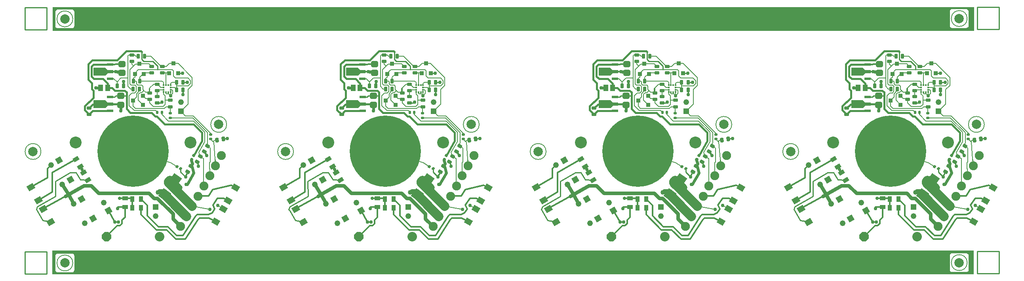
<source format=gtl>
G04 Layer_Physical_Order=1*
G04 Layer_Color=255*
%FSLAX24Y24*%
%MOIN*%
G70*
G01*
G75*
%ADD10C,0.0070*%
G04:AMPARAMS|DCode=11|XSize=78.7mil|YSize=78.7mil|CornerRadius=39.4mil|HoleSize=0mil|Usage=FLASHONLY|Rotation=90.000|XOffset=0mil|YOffset=0mil|HoleType=Round|Shape=RoundedRectangle|*
%AMROUNDEDRECTD11*
21,1,0.0787,0.0000,0,0,90.0*
21,1,0.0000,0.0787,0,0,90.0*
1,1,0.0787,0.0000,0.0000*
1,1,0.0787,0.0000,0.0000*
1,1,0.0787,0.0000,0.0000*
1,1,0.0787,0.0000,0.0000*
%
%ADD11ROUNDEDRECTD11*%
%ADD12C,0.0100*%
G04:AMPARAMS|DCode=13|XSize=29.1mil|YSize=39.4mil|CornerRadius=5.8mil|HoleSize=0mil|Usage=FLASHONLY|Rotation=190.000|XOffset=0mil|YOffset=0mil|HoleType=Round|Shape=RoundedRectangle|*
%AMROUNDEDRECTD13*
21,1,0.0291,0.0277,0,0,190.0*
21,1,0.0175,0.0394,0,0,190.0*
1,1,0.0117,-0.0110,0.0121*
1,1,0.0117,0.0062,0.0152*
1,1,0.0117,0.0110,-0.0121*
1,1,0.0117,-0.0062,-0.0152*
%
%ADD13ROUNDEDRECTD13*%
G04:AMPARAMS|DCode=14|XSize=29.1mil|YSize=39.4mil|CornerRadius=5.8mil|HoleSize=0mil|Usage=FLASHONLY|Rotation=60.000|XOffset=0mil|YOffset=0mil|HoleType=Round|Shape=RoundedRectangle|*
%AMROUNDEDRECTD14*
21,1,0.0291,0.0277,0,0,60.0*
21,1,0.0175,0.0394,0,0,60.0*
1,1,0.0117,0.0164,0.0006*
1,1,0.0117,0.0076,-0.0145*
1,1,0.0117,-0.0164,-0.0006*
1,1,0.0117,-0.0076,0.0145*
%
%ADD14ROUNDEDRECTD14*%
G04:AMPARAMS|DCode=15|XSize=29.1mil|YSize=39.4mil|CornerRadius=5.8mil|HoleSize=0mil|Usage=FLASHONLY|Rotation=90.000|XOffset=0mil|YOffset=0mil|HoleType=Round|Shape=RoundedRectangle|*
%AMROUNDEDRECTD15*
21,1,0.0291,0.0277,0,0,90.0*
21,1,0.0175,0.0394,0,0,90.0*
1,1,0.0117,0.0139,0.0087*
1,1,0.0117,0.0139,-0.0087*
1,1,0.0117,-0.0139,-0.0087*
1,1,0.0117,-0.0139,0.0087*
%
%ADD15ROUNDEDRECTD15*%
G04:AMPARAMS|DCode=16|XSize=22mil|YSize=24mil|CornerRadius=4.4mil|HoleSize=0mil|Usage=FLASHONLY|Rotation=0.000|XOffset=0mil|YOffset=0mil|HoleType=Round|Shape=RoundedRectangle|*
%AMROUNDEDRECTD16*
21,1,0.0220,0.0152,0,0,0.0*
21,1,0.0132,0.0240,0,0,0.0*
1,1,0.0088,0.0066,-0.0076*
1,1,0.0088,-0.0066,-0.0076*
1,1,0.0088,-0.0066,0.0076*
1,1,0.0088,0.0066,0.0076*
%
%ADD16ROUNDEDRECTD16*%
G04:AMPARAMS|DCode=17|XSize=22mil|YSize=24mil|CornerRadius=4.4mil|HoleSize=0mil|Usage=FLASHONLY|Rotation=270.000|XOffset=0mil|YOffset=0mil|HoleType=Round|Shape=RoundedRectangle|*
%AMROUNDEDRECTD17*
21,1,0.0220,0.0152,0,0,270.0*
21,1,0.0132,0.0240,0,0,270.0*
1,1,0.0088,-0.0076,-0.0066*
1,1,0.0088,-0.0076,0.0066*
1,1,0.0088,0.0076,0.0066*
1,1,0.0088,0.0076,-0.0066*
%
%ADD17ROUNDEDRECTD17*%
G04:AMPARAMS|DCode=18|XSize=47.2mil|YSize=59.1mil|CornerRadius=0mil|HoleSize=0mil|Usage=FLASHONLY|Rotation=240.000|XOffset=0mil|YOffset=0mil|HoleType=Round|Shape=Rectangle|*
%AMROTATEDRECTD18*
4,1,4,-0.0138,0.0352,0.0374,0.0057,0.0138,-0.0352,-0.0374,-0.0057,-0.0138,0.0352,0.0*
%
%ADD18ROTATEDRECTD18*%

G04:AMPARAMS|DCode=19|XSize=47.2mil|YSize=59.1mil|CornerRadius=0mil|HoleSize=0mil|Usage=FLASHONLY|Rotation=300.000|XOffset=0mil|YOffset=0mil|HoleType=Round|Shape=Rectangle|*
%AMROTATEDRECTD19*
4,1,4,-0.0374,0.0057,0.0138,0.0352,0.0374,-0.0057,-0.0138,-0.0352,-0.0374,0.0057,0.0*
%
%ADD19ROTATEDRECTD19*%

%ADD20P,0.1117X4X100.0*%
%ADD21R,0.0433X0.0551*%
G04:AMPARAMS|DCode=22|XSize=29.1mil|YSize=39.4mil|CornerRadius=5.8mil|HoleSize=0mil|Usage=FLASHONLY|Rotation=0.000|XOffset=0mil|YOffset=0mil|HoleType=Round|Shape=RoundedRectangle|*
%AMROUNDEDRECTD22*
21,1,0.0291,0.0277,0,0,0.0*
21,1,0.0175,0.0394,0,0,0.0*
1,1,0.0117,0.0087,-0.0139*
1,1,0.0117,-0.0087,-0.0139*
1,1,0.0117,-0.0087,0.0139*
1,1,0.0117,0.0087,0.0139*
%
%ADD22ROUNDEDRECTD22*%
G04:AMPARAMS|DCode=23|XSize=52mil|YSize=60mil|CornerRadius=13mil|HoleSize=0mil|Usage=FLASHONLY|Rotation=270.000|XOffset=0mil|YOffset=0mil|HoleType=Round|Shape=RoundedRectangle|*
%AMROUNDEDRECTD23*
21,1,0.0520,0.0340,0,0,270.0*
21,1,0.0260,0.0600,0,0,270.0*
1,1,0.0260,-0.0170,-0.0130*
1,1,0.0260,-0.0170,0.0130*
1,1,0.0260,0.0170,0.0130*
1,1,0.0260,0.0170,-0.0130*
%
%ADD23ROUNDEDRECTD23*%
%ADD24R,0.0335X0.0492*%
%ADD25R,0.0492X0.0335*%
G04:AMPARAMS|DCode=26|XSize=49.2mil|YSize=33.5mil|CornerRadius=0mil|HoleSize=0mil|Usage=FLASHONLY|Rotation=210.000|XOffset=0mil|YOffset=0mil|HoleType=Round|Shape=Rectangle|*
%AMROTATEDRECTD26*
4,1,4,0.0129,0.0268,0.0297,-0.0022,-0.0129,-0.0268,-0.0297,0.0022,0.0129,0.0268,0.0*
%
%ADD26ROTATEDRECTD26*%

%ADD27R,0.0320X0.0360*%
%ADD28R,0.0360X0.0320*%
%ADD29R,0.0148X0.0138*%
%ADD30R,0.0138X0.0148*%
G04:AMPARAMS|DCode=31|XSize=22mil|YSize=24mil|CornerRadius=4.4mil|HoleSize=0mil|Usage=FLASHONLY|Rotation=60.000|XOffset=0mil|YOffset=0mil|HoleType=Round|Shape=RoundedRectangle|*
%AMROUNDEDRECTD31*
21,1,0.0220,0.0152,0,0,60.0*
21,1,0.0132,0.0240,0,0,60.0*
1,1,0.0088,0.0099,0.0019*
1,1,0.0088,0.0033,-0.0095*
1,1,0.0088,-0.0099,-0.0019*
1,1,0.0088,-0.0033,0.0095*
%
%ADD31ROUNDEDRECTD31*%
G04:AMPARAMS|DCode=32|XSize=78.7mil|YSize=78.7mil|CornerRadius=39.4mil|HoleSize=0mil|Usage=FLASHONLY|Rotation=0.000|XOffset=0mil|YOffset=0mil|HoleType=Round|Shape=RoundedRectangle|*
%AMROUNDEDRECTD32*
21,1,0.0787,0.0000,0,0,0.0*
21,1,0.0000,0.0787,0,0,0.0*
1,1,0.0787,0.0000,0.0000*
1,1,0.0787,0.0000,0.0000*
1,1,0.0787,0.0000,0.0000*
1,1,0.0787,0.0000,0.0000*
%
%ADD32ROUNDEDRECTD32*%
G04:AMPARAMS|DCode=33|XSize=22mil|YSize=24mil|CornerRadius=4.4mil|HoleSize=0mil|Usage=FLASHONLY|Rotation=150.000|XOffset=0mil|YOffset=0mil|HoleType=Round|Shape=RoundedRectangle|*
%AMROUNDEDRECTD33*
21,1,0.0220,0.0152,0,0,150.0*
21,1,0.0132,0.0240,0,0,150.0*
1,1,0.0088,-0.0019,0.0099*
1,1,0.0088,0.0095,0.0033*
1,1,0.0088,0.0019,-0.0099*
1,1,0.0088,-0.0095,-0.0033*
%
%ADD33ROUNDEDRECTD33*%
%ADD34R,0.0551X0.0224*%
%ADD35R,0.0551X0.0256*%
%ADD36C,0.0080*%
%ADD37C,0.0120*%
%ADD38C,0.0160*%
%ADD39C,0.0130*%
%ADD40C,0.0130*%
%ADD41C,0.0200*%
%ADD42C,0.0300*%
%ADD43C,0.0800*%
%ADD44C,0.0240*%
%ADD45C,0.0400*%
%ADD46C,0.0490*%
%ADD47R,0.0490X0.0490*%
%ADD48P,0.0693X4X165.0*%
%ADD49C,0.1000*%
%ADD50C,0.6000*%
%ADD51C,0.0748*%
%ADD52P,0.0693X4X255.0*%
%ADD53P,0.0866X8X22.5*%
%ADD54C,0.0800*%
%ADD55C,0.0300*%
%ADD56C,0.0290*%
%ADD57C,0.0400*%
G36*
X80319Y22843D02*
Y20845D01*
X2755Y20845D01*
Y22843D01*
X80319Y22843D01*
D02*
G37*
G36*
X70967Y17744D02*
X71203Y17508D01*
Y17311D01*
X70967Y17075D01*
X69982Y17075D01*
X69982Y17744D01*
X70967Y17744D01*
D02*
G37*
G36*
X49707D02*
X49943Y17508D01*
Y17311D01*
X49707Y17075D01*
X48723Y17075D01*
X48723Y17744D01*
X49707Y17744D01*
D02*
G37*
G36*
X28447D02*
X28683Y17508D01*
Y17311D01*
X28447Y17075D01*
X27463Y17075D01*
X27463Y17744D01*
X28447Y17744D01*
D02*
G37*
G36*
X7187D02*
X7423Y17508D01*
Y17311D01*
X7187Y17075D01*
X6203Y17075D01*
X6203Y17744D01*
X7187Y17744D01*
D02*
G37*
G36*
X70977Y15014D02*
X71213Y14778D01*
Y14581D01*
X70977Y14345D01*
X69992Y14345D01*
X69992Y15014D01*
X70977Y15014D01*
D02*
G37*
G36*
X49717D02*
X49953Y14778D01*
Y14581D01*
X49717Y14345D01*
X48733Y14345D01*
X48733Y15014D01*
X49717Y15014D01*
D02*
G37*
G36*
X28457D02*
X28693Y14778D01*
Y14581D01*
X28457Y14345D01*
X27473Y14345D01*
X27473Y15014D01*
X28457Y15014D01*
D02*
G37*
G36*
X7197D02*
X7433Y14778D01*
Y14581D01*
X7197Y14345D01*
X6213Y14345D01*
X6213Y15014D01*
X7197Y15014D01*
D02*
G37*
G36*
X80300Y2333D02*
Y335D01*
X2736Y335D01*
Y2333D01*
X80300Y2333D01*
D02*
G37*
%LPC*%
G36*
X79669Y22671D02*
Y22670D01*
X78487D01*
Y22671D01*
X78410Y22656D01*
X78344Y22612D01*
X78300Y22546D01*
X78285Y22469D01*
X78286D01*
Y21287D01*
X78285D01*
X78300Y21210D01*
X78344Y21144D01*
X78410Y21100D01*
X78487Y21085D01*
Y21086D01*
X79669D01*
Y21085D01*
X79746Y21100D01*
X79812Y21144D01*
X79856Y21210D01*
X79871Y21287D01*
X79870D01*
Y22469D01*
X79871D01*
X79856Y22546D01*
X79812Y22612D01*
X79746Y22656D01*
X79669Y22671D01*
D02*
G37*
G36*
X4380Y22642D02*
Y22640D01*
X3199D01*
Y22642D01*
X3121Y22626D01*
X3056Y22582D01*
X3012Y22517D01*
X2996Y22439D01*
X2998D01*
Y21258D01*
X2996D01*
X3012Y21180D01*
X3056Y21115D01*
X3121Y21071D01*
X3199Y21055D01*
Y21057D01*
X4380D01*
Y21055D01*
X4457Y21071D01*
X4523Y21115D01*
X4567Y21180D01*
X4583Y21258D01*
X4581D01*
Y22439D01*
X4583D01*
X4567Y22517D01*
X4523Y22582D01*
X4457Y22626D01*
X4380Y22642D01*
D02*
G37*
G36*
X79669Y2112D02*
Y2111D01*
X78487D01*
Y2112D01*
X78410Y2097D01*
X78344Y2053D01*
X78300Y1987D01*
X78285Y1909D01*
X78286D01*
Y728D01*
X78285D01*
X78300Y651D01*
X78344Y585D01*
X78410Y541D01*
X78487Y526D01*
Y527D01*
X79669D01*
Y526D01*
X79746Y541D01*
X79812Y585D01*
X79856Y651D01*
X79871Y728D01*
X79870D01*
Y1909D01*
X79871D01*
X79856Y1987D01*
X79812Y2053D01*
X79746Y2097D01*
X79669Y2112D01*
D02*
G37*
G36*
X4380Y2083D02*
Y2081D01*
X3199D01*
Y2083D01*
X3121Y2067D01*
X3056Y2023D01*
X3012Y1957D01*
X2996Y1880D01*
X2998D01*
Y699D01*
X2996D01*
X3012Y621D01*
X3056Y556D01*
X3121Y512D01*
X3199Y496D01*
Y498D01*
X4380D01*
Y496D01*
X4457Y512D01*
X4523Y556D01*
X4567Y621D01*
X4583Y699D01*
X4581D01*
Y1880D01*
X4583D01*
X4567Y1957D01*
X4523Y2023D01*
X4457Y2067D01*
X4380Y2083D01*
D02*
G37*
%LPD*%
D10*
X79747Y1319D02*
G03*
X79747Y1319I-669J0D01*
G01*
X4459Y21848D02*
G03*
X4459Y21848I-669J0D01*
G01*
X79747Y21878D02*
G03*
X79747Y21878I-669J0D01*
G01*
X4459Y1289D02*
G03*
X4459Y1289I-669J0D01*
G01*
X17409Y12959D02*
G03*
X17409Y12959I-669J0D01*
G01*
X1779Y10679D02*
G03*
X1779Y10679I-669J0D01*
G01*
X12095Y16275D02*
Y16494D01*
X11550Y16341D02*
X11607D01*
X11871Y16078D01*
X12095D01*
X12320Y15529D02*
X12480D01*
X12292Y15558D02*
X12320Y15529D01*
X12292Y15558D02*
Y15684D01*
X12095Y15505D02*
Y15684D01*
X12685Y15374D02*
X12870Y15559D01*
Y15819D01*
X12808Y15881D02*
X12870Y15819D01*
X12685Y15881D02*
X12808D01*
X12685Y15374D02*
Y15689D01*
X12480Y15529D02*
X12530D01*
X12480D02*
X12488Y15538D01*
Y15684D01*
X12530Y15529D02*
X12685Y15374D01*
X12685Y16078D02*
X13038D01*
X13192Y15879D02*
Y15924D01*
X13038Y16078D02*
X13192Y15924D01*
X12292Y16275D02*
Y16461D01*
X11551Y15881D02*
X12095D01*
X12685Y16275D02*
X12685Y16415D01*
X38669Y12959D02*
G03*
X38669Y12959I-669J0D01*
G01*
X23039Y10679D02*
G03*
X23039Y10679I-669J0D01*
G01*
X33355Y16275D02*
Y16494D01*
X32810Y16341D02*
X32867D01*
X33131Y16078D01*
X33355D01*
X33580Y15529D02*
X33740D01*
X33551Y15558D02*
X33580Y15529D01*
X33551Y15558D02*
Y15684D01*
X33355Y15505D02*
Y15684D01*
X33945Y15374D02*
X34130Y15559D01*
Y15819D01*
X34068Y15881D02*
X34130Y15819D01*
X33945Y15881D02*
X34068D01*
X33945Y15374D02*
Y15689D01*
X33740Y15529D02*
X33790D01*
X33740D02*
X33748Y15538D01*
Y15684D01*
X33790Y15529D02*
X33945Y15374D01*
X33945Y16078D02*
X34298D01*
X34452Y15879D02*
Y15924D01*
X34298Y16078D02*
X34452Y15924D01*
X33551Y16275D02*
Y16461D01*
X32811Y15881D02*
X33355D01*
X33945Y16275D02*
X33945Y16415D01*
X59929Y12959D02*
G03*
X59929Y12959I-669J0D01*
G01*
X44299Y10679D02*
G03*
X44299Y10679I-669J0D01*
G01*
X54614Y16275D02*
Y16494D01*
X54070Y16341D02*
X54127D01*
X54391Y16078D01*
X54614D01*
X54840Y15529D02*
X55000D01*
X54811Y15558D02*
X54840Y15529D01*
X54811Y15558D02*
Y15684D01*
X54614Y15505D02*
Y15684D01*
X55205Y15374D02*
X55390Y15559D01*
Y15819D01*
X55328Y15881D02*
X55390Y15819D01*
X55205Y15881D02*
X55328D01*
X55205Y15374D02*
Y15689D01*
X55000Y15529D02*
X55050D01*
X55000D02*
X55008Y15538D01*
Y15684D01*
X55050Y15529D02*
X55205Y15374D01*
X55205Y16078D02*
X55558D01*
X55712Y15879D02*
Y15924D01*
X55558Y16078D02*
X55712Y15924D01*
X54811Y16275D02*
Y16461D01*
X54070Y15881D02*
X54614D01*
X55205Y16275D02*
X55205Y16415D01*
X81189Y12959D02*
G03*
X81189Y12959I-669J0D01*
G01*
X65559Y10679D02*
G03*
X65559Y10679I-669J0D01*
G01*
X75874Y16275D02*
Y16494D01*
X75329Y16341D02*
X75387D01*
X75651Y16078D01*
X75874D01*
X76100Y15529D02*
X76260D01*
X76071Y15558D02*
X76100Y15529D01*
X76071Y15558D02*
Y15684D01*
X75874Y15505D02*
Y15684D01*
X76465Y15374D02*
X76650Y15559D01*
Y15819D01*
X76588Y15881D02*
X76650Y15819D01*
X76465Y15881D02*
X76588D01*
X76465Y15374D02*
Y15689D01*
X76260Y15529D02*
X76310D01*
X76260D02*
X76268Y15538D01*
Y15684D01*
X76310Y15529D02*
X76465Y15374D01*
X76465Y16078D02*
X76818D01*
X76972Y15879D02*
Y15924D01*
X76818Y16078D02*
X76972Y15924D01*
X76071Y16275D02*
Y16461D01*
X75330Y15881D02*
X75874D01*
X76465Y16275D02*
X76465Y16415D01*
D11*
X79078Y1319D02*
D03*
X3789Y21848D02*
D03*
X79078Y21878D02*
D03*
X3789Y1289D02*
D03*
D12*
X433Y384D02*
X2274D01*
X433D02*
Y2244D01*
X2274Y384D02*
Y2244D01*
X433D02*
X2274D01*
X82444Y413D02*
Y2274D01*
X80604D02*
X82444D01*
X80604Y413D02*
X82444D01*
X80604D02*
Y2274D01*
Y20972D02*
Y22833D01*
Y20972D02*
X82444D01*
X80604Y22833D02*
X82444D01*
Y20972D02*
Y22833D01*
X433Y22803D02*
X2274D01*
Y20943D02*
Y22803D01*
X433Y20943D02*
Y22803D01*
Y20943D02*
X2274D01*
X17469Y11789D02*
X17470Y11789D01*
Y11779D02*
Y11789D01*
X15030Y9469D02*
X15040Y9449D01*
X14916Y9808D02*
X15030Y9469D01*
X4718Y8909D02*
X5090Y8289D01*
X4230Y8909D02*
X4718D01*
X2980Y8169D02*
X4230Y8909D01*
X5090Y8289D02*
X5742Y8284D01*
X1460Y6029D02*
X2990Y6909D01*
X2980Y8169D02*
X2990Y6909D01*
Y6909D02*
Y6909D01*
X1380Y5819D02*
X1460Y6029D01*
X1380Y5819D02*
X1490Y5629D01*
X1920Y4879D01*
X2580Y4768D01*
X11600Y17559D02*
Y17869D01*
X11210Y18259D02*
X11600Y17869D01*
X10430Y18259D02*
X11210D01*
X10260Y18429D02*
X10430Y18259D01*
X10260Y18429D02*
Y19079D01*
X7591Y15270D02*
X7601Y15259D01*
X7974D01*
X8080Y15366D01*
X13325Y17259D02*
X13708D01*
X13318Y17266D02*
X13325Y17259D01*
X13728Y16519D02*
X14100D01*
X13728Y15482D02*
X13730Y15479D01*
X13728Y15482D02*
Y15879D01*
X11958Y14756D02*
X11960Y14754D01*
X11550Y14756D02*
X11958D01*
X13544Y8946D02*
Y9225D01*
Y8946D02*
X13950Y8539D01*
X8080Y15366D02*
X8984D01*
X17114Y11736D02*
X17469Y11789D01*
X38728D02*
X38730Y11789D01*
Y11779D02*
Y11789D01*
X36290Y9469D02*
X36300Y9449D01*
X36176Y9808D02*
X36290Y9469D01*
X25978Y8909D02*
X26350Y8289D01*
X25490Y8909D02*
X25978D01*
X24240Y8169D02*
X25490Y8909D01*
X26350Y8289D02*
X27002Y8284D01*
X22720Y6029D02*
X24250Y6909D01*
X24240Y8169D02*
X24250Y6909D01*
Y6909D02*
Y6909D01*
X22640Y5819D02*
X22720Y6029D01*
X22640Y5819D02*
X22750Y5629D01*
X23180Y4879D01*
X23840Y4768D01*
X32860Y17559D02*
Y17869D01*
X32470Y18259D02*
X32860Y17869D01*
X31690Y18259D02*
X32470D01*
X31520Y18429D02*
X31690Y18259D01*
X31520Y18429D02*
Y19079D01*
X28851Y15270D02*
X28861Y15259D01*
X29233D01*
X29340Y15366D01*
X34585Y17259D02*
X34968D01*
X34578Y17266D02*
X34585Y17259D01*
X34988Y16519D02*
X35360D01*
X34988Y15482D02*
X34990Y15479D01*
X34988Y15482D02*
Y15879D01*
X33218Y14756D02*
X33220Y14754D01*
X32810Y14756D02*
X33218D01*
X34804Y8946D02*
Y9225D01*
Y8946D02*
X35210Y8539D01*
X29340Y15366D02*
X30243D01*
X38373Y11736D02*
X38728Y11789D01*
X59988D02*
X59990Y11789D01*
Y11779D02*
Y11789D01*
X57550Y9469D02*
X57560Y9449D01*
X57436Y9808D02*
X57550Y9469D01*
X47238Y8909D02*
X47610Y8289D01*
X46750Y8909D02*
X47238D01*
X45500Y8169D02*
X46750Y8909D01*
X47610Y8289D02*
X48262Y8284D01*
X43980Y6029D02*
X45510Y6909D01*
X45500Y8169D02*
X45510Y6909D01*
Y6909D02*
Y6909D01*
X43900Y5819D02*
X43980Y6029D01*
X43900Y5819D02*
X44010Y5629D01*
X44440Y4879D01*
X45100Y4768D01*
X54120Y17559D02*
Y17869D01*
X53730Y18259D02*
X54120Y17869D01*
X52950Y18259D02*
X53730D01*
X52780Y18429D02*
X52950Y18259D01*
X52780Y18429D02*
Y19079D01*
X50111Y15270D02*
X50121Y15259D01*
X50493D01*
X50600Y15366D01*
X55844Y17259D02*
X56228D01*
X55838Y17266D02*
X55844Y17259D01*
X56247Y16519D02*
X56620D01*
X56247Y15482D02*
X56250Y15479D01*
X56247Y15482D02*
Y15879D01*
X54477Y14756D02*
X54480Y14754D01*
X54070Y14756D02*
X54477D01*
X56063Y8946D02*
Y9225D01*
Y8946D02*
X56470Y8539D01*
X50600Y15366D02*
X51503D01*
X59633Y11736D02*
X59988Y11789D01*
X81248D02*
X81250Y11789D01*
Y11779D02*
Y11789D01*
X78810Y9469D02*
X78820Y9449D01*
X78696Y9808D02*
X78810Y9469D01*
X68498Y8909D02*
X68870Y8289D01*
X68010Y8909D02*
X68498D01*
X66760Y8169D02*
X68010Y8909D01*
X68870Y8289D02*
X69522Y8284D01*
X65240Y6029D02*
X66770Y6909D01*
X66760Y8169D02*
X66770Y6909D01*
Y6909D02*
Y6909D01*
X65160Y5819D02*
X65240Y6029D01*
X65160Y5819D02*
X65270Y5629D01*
X65700Y4879D01*
X66360Y4768D01*
X75380Y17559D02*
Y17869D01*
X74990Y18259D02*
X75380Y17869D01*
X74210Y18259D02*
X74990D01*
X74040Y18429D02*
X74210Y18259D01*
X74040Y18429D02*
Y19079D01*
X71370Y15270D02*
X71381Y15259D01*
X71753D01*
X71860Y15366D01*
X77104Y17259D02*
X77488D01*
X77098Y17266D02*
X77104Y17259D01*
X77507Y16519D02*
X77880D01*
X77507Y15482D02*
X77510Y15479D01*
X77507Y15482D02*
Y15879D01*
X75737Y14756D02*
X75740Y14754D01*
X75329Y14756D02*
X75737D01*
X77323Y8946D02*
Y9225D01*
Y8946D02*
X77730Y8539D01*
X71860Y15366D02*
X72763D01*
X80893Y11736D02*
X81248Y11789D01*
D13*
X16586Y11643D02*
D03*
X17114Y11736D02*
D03*
X37846Y11643D02*
D03*
X38373Y11736D02*
D03*
X59106Y11643D02*
D03*
X59633Y11736D02*
D03*
X80366Y11643D02*
D03*
X80893Y11736D02*
D03*
D14*
X15784Y11121D02*
D03*
X15516Y10658D02*
D03*
X15184Y10271D02*
D03*
X14916Y9808D02*
D03*
X14404Y9431D02*
D03*
X14136Y8968D02*
D03*
X37044Y11121D02*
D03*
X36776Y10658D02*
D03*
X36444Y10271D02*
D03*
X36176Y9808D02*
D03*
X35664Y9431D02*
D03*
X35396Y8968D02*
D03*
X58304Y11121D02*
D03*
X58036Y10658D02*
D03*
X57704Y10271D02*
D03*
X57436Y9808D02*
D03*
X56924Y9431D02*
D03*
X56656Y8968D02*
D03*
X79563Y11121D02*
D03*
X79296Y10658D02*
D03*
X78963Y10271D02*
D03*
X78696Y9808D02*
D03*
X78183Y9431D02*
D03*
X77916Y8968D02*
D03*
D15*
X11990Y17827D02*
D03*
Y17292D02*
D03*
X12670Y14452D02*
D03*
Y14987D02*
D03*
X11100Y17827D02*
D03*
Y17292D02*
D03*
X10935Y15606D02*
D03*
X10935Y15070D02*
D03*
X9415Y18266D02*
D03*
Y18801D02*
D03*
X11550Y16341D02*
D03*
Y15806D02*
D03*
Y14756D02*
D03*
Y15291D02*
D03*
X5820Y14327D02*
D03*
Y13792D02*
D03*
X33250Y17827D02*
D03*
Y17292D02*
D03*
X33930Y14452D02*
D03*
Y14987D02*
D03*
X32360Y17827D02*
D03*
Y17292D02*
D03*
X32195Y15606D02*
D03*
X32195Y15070D02*
D03*
X30675Y18266D02*
D03*
Y18801D02*
D03*
X32810Y16341D02*
D03*
Y15806D02*
D03*
Y14756D02*
D03*
Y15291D02*
D03*
X27080Y14327D02*
D03*
Y13792D02*
D03*
X54510Y17827D02*
D03*
Y17292D02*
D03*
X55190Y14452D02*
D03*
Y14987D02*
D03*
X53620Y17827D02*
D03*
Y17292D02*
D03*
X53455Y15606D02*
D03*
X53455Y15070D02*
D03*
X51935Y18266D02*
D03*
Y18801D02*
D03*
X54070Y16341D02*
D03*
Y15806D02*
D03*
Y14756D02*
D03*
Y15291D02*
D03*
X48340Y14327D02*
D03*
Y13792D02*
D03*
X75770Y17827D02*
D03*
Y17292D02*
D03*
X76450Y14452D02*
D03*
Y14987D02*
D03*
X74879Y17827D02*
D03*
Y17292D02*
D03*
X74715Y15606D02*
D03*
X74715Y15070D02*
D03*
X73195Y18266D02*
D03*
Y18801D02*
D03*
X75329Y16341D02*
D03*
Y15806D02*
D03*
Y14756D02*
D03*
Y15291D02*
D03*
X69600Y14327D02*
D03*
Y13792D02*
D03*
D16*
X11571Y13979D02*
D03*
X11950D02*
D03*
X32831D02*
D03*
X33210D02*
D03*
X54091D02*
D03*
X54470D02*
D03*
X75351D02*
D03*
X75730D02*
D03*
D17*
X12650Y13888D02*
D03*
X12650Y13509D02*
D03*
X16060Y12108D02*
D03*
Y11729D02*
D03*
X33910Y13888D02*
D03*
X33910Y13509D02*
D03*
X37320Y12108D02*
D03*
Y11729D02*
D03*
X55170Y13888D02*
D03*
X55170Y13509D02*
D03*
X58580Y12108D02*
D03*
Y11729D02*
D03*
X76430Y13888D02*
D03*
X76430Y13509D02*
D03*
X79840Y12108D02*
D03*
Y11729D02*
D03*
D18*
X16500Y4758D02*
D03*
X17130Y5850D02*
D03*
X17530Y6538D02*
D03*
X18160Y7630D02*
D03*
X37760Y4758D02*
D03*
X38390Y5850D02*
D03*
X38790Y6538D02*
D03*
X39420Y7630D02*
D03*
X59020Y4758D02*
D03*
X59650Y5850D02*
D03*
X60050Y6538D02*
D03*
X60680Y7630D02*
D03*
X80280Y4758D02*
D03*
X80910Y5850D02*
D03*
X81310Y6538D02*
D03*
X81940Y7630D02*
D03*
D19*
X2605Y4744D02*
D03*
X1975Y5835D02*
D03*
X1560Y6568D02*
D03*
X930Y7660D02*
D03*
X23865Y4744D02*
D03*
X23235Y5835D02*
D03*
X22820Y6568D02*
D03*
X22190Y7660D02*
D03*
X45125Y4744D02*
D03*
X44495Y5835D02*
D03*
X44080Y6568D02*
D03*
X43450Y7660D02*
D03*
X66384Y4744D02*
D03*
X65755Y5835D02*
D03*
X65340Y6568D02*
D03*
X64710Y7660D02*
D03*
D20*
X13113Y8317D02*
D03*
X12208Y7024D02*
D03*
X34373Y8317D02*
D03*
X33468Y7024D02*
D03*
X55633Y8317D02*
D03*
X54728Y7024D02*
D03*
X76893Y8317D02*
D03*
X75988Y7024D02*
D03*
D21*
X7385Y16049D02*
D03*
X6795Y16049D02*
D03*
X28645Y16049D02*
D03*
X28055Y16049D02*
D03*
X49905Y16049D02*
D03*
X49314Y16049D02*
D03*
X71165Y16049D02*
D03*
X70574Y16049D02*
D03*
D22*
X8718Y16189D02*
D03*
X8182Y16189D02*
D03*
X13192Y15879D02*
D03*
X13728D02*
D03*
X13192Y16519D02*
D03*
X13728D02*
D03*
X10513Y18694D02*
D03*
X9977Y18694D02*
D03*
X10083Y16613D02*
D03*
X9547Y16613D02*
D03*
X9542Y15949D02*
D03*
X10078Y15949D02*
D03*
X29978Y16189D02*
D03*
X29442Y16189D02*
D03*
X34452Y15879D02*
D03*
X34988D02*
D03*
X34452Y16519D02*
D03*
X34988D02*
D03*
X31773Y18694D02*
D03*
X31237Y18694D02*
D03*
X31343Y16613D02*
D03*
X30807Y16613D02*
D03*
X30802Y15949D02*
D03*
X31338Y15949D02*
D03*
X51237Y16189D02*
D03*
X50702Y16189D02*
D03*
X55712Y15879D02*
D03*
X56247D02*
D03*
X55712Y16519D02*
D03*
X56247D02*
D03*
X53032Y18694D02*
D03*
X52497Y18694D02*
D03*
X52602Y16613D02*
D03*
X52067Y16613D02*
D03*
X52062Y15949D02*
D03*
X52597Y15949D02*
D03*
X72497Y16189D02*
D03*
X71962Y16189D02*
D03*
X76972Y15879D02*
D03*
X77507D02*
D03*
X76972Y16519D02*
D03*
X77507D02*
D03*
X74292Y18694D02*
D03*
X73757Y18694D02*
D03*
X73862Y16613D02*
D03*
X73327Y16613D02*
D03*
X73322Y15949D02*
D03*
X73857Y15949D02*
D03*
D23*
X8590Y18043D02*
D03*
Y17289D02*
D03*
X8500Y15373D02*
D03*
X8500Y14619D02*
D03*
X29850Y18043D02*
D03*
Y17289D02*
D03*
X29760Y15373D02*
D03*
X29760Y14619D02*
D03*
X51110Y18043D02*
D03*
Y17289D02*
D03*
X51020Y15373D02*
D03*
X51020Y14619D02*
D03*
X72370Y18043D02*
D03*
Y17289D02*
D03*
X72280Y15373D02*
D03*
X72280Y14619D02*
D03*
D24*
X10195Y5929D02*
D03*
X9466D02*
D03*
X10194Y6669D02*
D03*
X9466D02*
D03*
X31455Y5929D02*
D03*
X30726D02*
D03*
X31454Y6669D02*
D03*
X30726D02*
D03*
X52714Y5929D02*
D03*
X51986D02*
D03*
X52714Y6669D02*
D03*
X51986D02*
D03*
X73974Y5929D02*
D03*
X73246D02*
D03*
X73974Y6669D02*
D03*
X73245D02*
D03*
D25*
X8850Y6015D02*
D03*
X8850Y6744D02*
D03*
X30110Y6015D02*
D03*
X30110Y6744D02*
D03*
X51370Y6015D02*
D03*
X51370Y6744D02*
D03*
X72630Y6015D02*
D03*
X72630Y6744D02*
D03*
D26*
X5378Y8915D02*
D03*
X5742Y8284D02*
D03*
X5081Y9409D02*
D03*
X4716Y10040D02*
D03*
X26638Y8915D02*
D03*
X27002Y8284D02*
D03*
X26340Y9409D02*
D03*
X25976Y10040D02*
D03*
X47898Y8915D02*
D03*
X48262Y8284D02*
D03*
X47600Y9409D02*
D03*
X47236Y10040D02*
D03*
X69157Y8915D02*
D03*
X69522Y8284D02*
D03*
X68860Y9409D02*
D03*
X68496Y10040D02*
D03*
D27*
X9681Y17220D02*
D03*
X10435Y17220D02*
D03*
X10055Y18054D02*
D03*
X12571Y17259D02*
D03*
X13325Y17259D02*
D03*
X12945Y18093D02*
D03*
X30941Y17220D02*
D03*
X31695Y17220D02*
D03*
X31315Y18054D02*
D03*
X33831Y17259D02*
D03*
X34585Y17259D02*
D03*
X34205Y18093D02*
D03*
X52201Y17220D02*
D03*
X52955Y17220D02*
D03*
X52575Y18054D02*
D03*
X55090Y17259D02*
D03*
X55844Y17259D02*
D03*
X55464Y18093D02*
D03*
X73461Y17220D02*
D03*
X74215Y17220D02*
D03*
X73835Y18054D02*
D03*
X76350Y17259D02*
D03*
X77104Y17259D02*
D03*
X76724Y18093D02*
D03*
D28*
X10364Y14605D02*
D03*
X10364Y15359D02*
D03*
X9530Y14979D02*
D03*
X31624Y14605D02*
D03*
X31624Y15359D02*
D03*
X30790Y14979D02*
D03*
X52883Y14605D02*
D03*
X52883Y15359D02*
D03*
X52050Y14979D02*
D03*
X74143Y14605D02*
D03*
X74143Y15359D02*
D03*
X73310Y14979D02*
D03*
D29*
X12685Y15689D02*
D03*
X12095D02*
D03*
X12685Y15881D02*
D03*
X12095D02*
D03*
X12685Y16078D02*
D03*
X12095Y16078D02*
D03*
X12685Y16270D02*
D03*
X12095Y16270D02*
D03*
X33945Y15689D02*
D03*
X33355D02*
D03*
X33945Y15881D02*
D03*
X33355D02*
D03*
X33945Y16078D02*
D03*
X33355Y16078D02*
D03*
X33945Y16270D02*
D03*
X33355Y16270D02*
D03*
X55205Y15689D02*
D03*
X54614D02*
D03*
X55205Y15881D02*
D03*
X54614D02*
D03*
X55205Y16078D02*
D03*
X54614Y16078D02*
D03*
X55205Y16270D02*
D03*
X54614Y16270D02*
D03*
X76465Y15689D02*
D03*
X75874D02*
D03*
X76465Y15881D02*
D03*
X75874D02*
D03*
X76465Y16078D02*
D03*
X75874Y16078D02*
D03*
X76465Y16270D02*
D03*
X75874Y16270D02*
D03*
D30*
X12488Y15684D02*
D03*
X12292Y15684D02*
D03*
X12488Y16275D02*
D03*
X12292D02*
D03*
X33748Y15684D02*
D03*
X33551Y15684D02*
D03*
X33748Y16275D02*
D03*
X33551D02*
D03*
X55008Y15684D02*
D03*
X54811Y15684D02*
D03*
X55008Y16275D02*
D03*
X54811D02*
D03*
X76268Y15684D02*
D03*
X76071Y15684D02*
D03*
X76268Y16275D02*
D03*
X76071D02*
D03*
D31*
X14645Y10334D02*
D03*
X14456Y10006D02*
D03*
X35905Y10334D02*
D03*
X35715Y10006D02*
D03*
X57165Y10334D02*
D03*
X56975Y10006D02*
D03*
X78425Y10334D02*
D03*
X78235Y10006D02*
D03*
D32*
X16740Y12959D02*
D03*
X1110Y10679D02*
D03*
X38000Y12959D02*
D03*
X22370Y10679D02*
D03*
X59260Y12959D02*
D03*
X43630Y10679D02*
D03*
X80520Y12959D02*
D03*
X64890Y10679D02*
D03*
D33*
X13215Y9414D02*
D03*
X13544Y9225D02*
D03*
X34475Y9414D02*
D03*
X34804Y9225D02*
D03*
X55735Y9414D02*
D03*
X56063Y9225D02*
D03*
X76995Y9414D02*
D03*
X77323Y9225D02*
D03*
D34*
X7581Y18000D02*
D03*
Y16819D02*
D03*
X7591Y14089D02*
D03*
Y15270D02*
D03*
X28841Y18000D02*
D03*
Y16819D02*
D03*
X28851Y14089D02*
D03*
Y15270D02*
D03*
X50101Y18000D02*
D03*
Y16819D02*
D03*
X50111Y14089D02*
D03*
Y15270D02*
D03*
X71360Y18000D02*
D03*
Y16819D02*
D03*
X71370Y14089D02*
D03*
Y15270D02*
D03*
D35*
X7581Y17409D02*
D03*
X7591Y14679D02*
D03*
X28841Y17409D02*
D03*
X28851Y14679D02*
D03*
X50101Y17409D02*
D03*
X50111Y14679D02*
D03*
X71360Y17409D02*
D03*
X71370Y14679D02*
D03*
D36*
X16110Y12108D02*
Y12169D01*
X10513Y18754D02*
X10573Y18694D01*
X14504Y16239D02*
Y16906D01*
X14161Y15897D02*
X14504Y16239D01*
X14161Y14656D02*
Y15897D01*
X13560Y14055D02*
X14161Y14656D01*
X14610Y13669D02*
X16110Y12169D01*
X13560Y14055D02*
X13946Y13669D01*
X14610D01*
X16270Y11519D02*
X16320Y11469D01*
X16112Y11678D02*
X16270Y11519D01*
X16350Y11599D01*
X16586Y11643D01*
X14514Y6084D02*
X16000Y5787D01*
X15784Y11121D02*
X16030Y10976D01*
X15184Y10271D02*
X15470Y10082D01*
Y10096D01*
Y7792D02*
Y10082D01*
X15493Y7769D02*
X15493D01*
X15470Y7792D02*
X15493Y7769D01*
X16030Y9809D02*
Y10976D01*
X15985Y8622D02*
X15985D01*
Y9224D01*
X15960Y9249D02*
X15985Y9224D01*
X15960Y9249D02*
Y9739D01*
X16030Y9809D01*
X16434Y10027D02*
X16549Y9598D01*
X16320Y11469D02*
X16434Y10027D01*
X16477Y9474D01*
X16112Y11678D02*
Y11708D01*
X16060Y11729D02*
X16112Y11678D01*
X16477Y9474D02*
X16549Y9598D01*
X15810Y11389D02*
Y12259D01*
X14560Y13509D02*
X15810Y12259D01*
X12650Y13509D02*
X14560D01*
X15576Y11507D02*
Y12293D01*
X14620Y13249D02*
X15576Y12293D01*
X12490Y13249D02*
X14620D01*
X9210Y15379D02*
X9444Y15613D01*
X9210Y14539D02*
Y15379D01*
X9444Y15613D02*
X9670Y15613D01*
X15750Y11239D02*
X15810Y11389D01*
X15750Y11239D02*
X15784Y11121D01*
X15050Y10589D02*
X15184Y10271D01*
X15050Y10589D02*
X15576Y11507D01*
X11990Y17292D02*
X12290D01*
X11990Y17827D02*
X12338D01*
X12302Y14452D02*
X12670D01*
X12650Y13888D02*
Y14432D01*
X11421Y14129D02*
X11571Y13979D01*
X12945Y18093D02*
X13316D01*
X14504Y16906D01*
X11600Y17559D02*
X12840D01*
X10231Y17559D02*
X11600Y17559D01*
X10573Y18694D02*
X11036D01*
X10231Y17559D02*
X10400D01*
X9961D02*
X10231D01*
X12290Y16889D02*
X12292Y16887D01*
Y16461D02*
Y16887D01*
X13110Y16854D02*
X14155D01*
X12650Y14432D02*
X12670Y14452D01*
X12240Y15002D02*
Y15359D01*
Y15002D02*
X12240Y14644D01*
X12656Y15002D02*
X12670Y14987D01*
X12240Y15002D02*
X12656D01*
X7895Y16819D02*
X8182Y16532D01*
X7581Y16819D02*
X7895D01*
X11950Y13789D02*
X12490Y13249D01*
X16090Y11729D02*
X16112Y11708D01*
X11950Y13789D02*
Y13979D01*
X9620Y14129D02*
X11421D01*
X12150Y14299D02*
X12302Y14452D01*
X9720Y14299D02*
X12150D01*
X12945Y18093D02*
X12966Y18015D01*
X17131Y5851D02*
X17184Y5820D01*
X17131Y5851D02*
X17131D01*
X17084Y5772D02*
X17107Y5759D01*
X14514Y6084D02*
X14724Y6032D01*
X14514Y6084D02*
X14514Y6084D01*
X14514Y6084D02*
X14514Y6084D01*
X14514Y6084D02*
X14514D01*
X9775Y18694D02*
X9917D01*
X9665Y18804D02*
X9775Y18694D01*
X9417Y18804D02*
X9665D01*
X9415Y18801D02*
X9417Y18804D01*
X9596Y16914D02*
X9645D01*
X9547Y16613D02*
Y16865D01*
X9596Y16914D01*
X9681Y16950D02*
Y17220D01*
X9645Y16914D02*
X9681Y16950D01*
X10083Y16613D02*
X11975D01*
X12095Y16494D01*
X10880Y15677D02*
Y15974D01*
X13192Y16199D02*
X14161Y16199D01*
X14365Y16404D01*
Y16644D01*
X14155Y16854D02*
X14365Y16644D01*
X12685Y16415D02*
X12790Y16519D01*
X13192D01*
Y15924D02*
Y16199D01*
Y16519D01*
X9153Y18801D02*
X9415D01*
X9100Y18749D02*
X9153Y18801D01*
X9100Y16839D02*
Y18749D01*
X9575Y17874D02*
X9745Y18044D01*
X9270Y17569D02*
X9575Y17874D01*
X9415Y18034D02*
X9575Y17874D01*
X9415Y18034D02*
Y18266D01*
X9745Y18044D02*
X9985D01*
X9270Y17569D02*
X9270Y16379D01*
X10083Y16928D02*
X10365Y17210D01*
X10935Y16029D02*
X11248Y16341D01*
X8182Y16532D02*
X8510Y16859D01*
X10935Y14769D02*
X11240Y14464D01*
X8182Y16189D02*
Y16532D01*
X10880Y15974D02*
X10935Y16029D01*
Y15606D02*
Y16029D01*
Y14769D02*
Y15070D01*
X12095Y15505D02*
X12240Y15359D01*
X11248Y16341D02*
X11550D01*
X11240Y14464D02*
X12060D01*
X11550Y15291D02*
Y15806D01*
X11551Y15805D01*
X8117Y16195D02*
X8122Y16189D01*
X9530Y14489D02*
X9720Y14299D01*
X9670Y15613D02*
X9798Y15741D01*
Y16147D01*
X9810Y16159D01*
X9970Y14999D02*
Y15489D01*
X9948Y15707D02*
X10078Y15837D01*
X10098Y15617D02*
X10123Y15642D01*
X10098Y15617D02*
Y15617D01*
X9970Y15489D02*
X10098Y15617D01*
X9948Y15679D02*
Y15707D01*
X9820Y15551D02*
X9948Y15679D01*
X9820Y15269D02*
X9820Y15551D01*
X9530Y14979D02*
X9820Y15269D01*
X10078Y15837D02*
Y15949D01*
X10123Y15642D02*
X10263D01*
X9690Y16279D02*
X9810Y16159D01*
X9370Y16279D02*
X9690D01*
X9923Y16266D02*
X10263D01*
X9820Y16369D02*
X9923Y16266D01*
X9820Y16369D02*
Y16549D01*
X9756Y16613D02*
X9820Y16549D01*
X9547Y16613D02*
X9756D01*
X10364Y15359D02*
X10581Y15142D01*
X10880D01*
X10440Y15819D02*
X10582Y15677D01*
X10350Y15909D02*
X10440Y15819D01*
X9970Y14999D02*
X10364Y14605D01*
X10263Y15642D02*
X10440Y15819D01*
X9530Y14489D02*
Y14979D01*
X10582Y15677D02*
X10880D01*
X10350Y15909D02*
Y16179D01*
X10263Y16266D02*
X10350Y16179D01*
X10083Y16613D02*
Y16928D01*
X9270Y16379D02*
X9370Y16279D01*
X8510Y16859D02*
X9080D01*
X9100Y16839D01*
X9318Y15949D02*
X9542D01*
X9100Y16167D02*
Y16839D01*
Y16167D02*
X9318Y15949D01*
X9210Y14539D02*
X9620Y14129D01*
X12060Y14464D02*
X12240Y14644D01*
X12840Y17559D02*
X12935Y17465D01*
Y17029D02*
Y17465D01*
X10513Y18694D02*
X10573D01*
X12338Y17827D02*
X12604Y18093D01*
X12945Y18093D01*
X10873Y18054D02*
X11100Y17827D01*
X10055Y18054D02*
X10873D01*
X10507Y17292D02*
X11100D01*
X10435Y17220D02*
X10507Y17292D01*
X12290Y16889D02*
Y17292D01*
X12538Y17292D02*
X12571Y17259D01*
X12290Y17292D02*
X12538Y17292D01*
X12935Y17029D02*
X13110Y16854D01*
X11036Y18694D02*
X11902Y17827D01*
X11990Y17827D01*
X16650Y6137D02*
X17131Y5851D01*
X14508Y6086D02*
X14509Y6086D01*
X14509D01*
X14777Y6086D01*
X12690Y9729D02*
X13215Y9414D01*
X9517Y10709D02*
X12690Y9729D01*
X9651Y17250D02*
X9961Y17559D01*
X10880Y15601D02*
Y15677D01*
X9917Y18694D02*
X9947Y18724D01*
X9977Y18754D01*
X37370Y12108D02*
Y12169D01*
X31773Y18754D02*
X31833Y18694D01*
X35764Y16239D02*
Y16906D01*
X35421Y15897D02*
X35764Y16239D01*
X35421Y14656D02*
Y15897D01*
X34820Y14055D02*
X35421Y14656D01*
X35870Y13669D02*
X37370Y12169D01*
X34820Y14055D02*
X35205Y13669D01*
X35870D01*
X37530Y11519D02*
X37580Y11469D01*
X37372Y11678D02*
X37530Y11519D01*
X37610Y11599D01*
X37846Y11643D01*
X35774Y6084D02*
X37260Y5787D01*
X37044Y11121D02*
X37290Y10976D01*
X36444Y10271D02*
X36730Y10082D01*
Y10096D01*
Y7792D02*
Y10082D01*
X36753Y7769D02*
X36753D01*
X36730Y7792D02*
X36753Y7769D01*
X37290Y9809D02*
Y10976D01*
X37245Y8622D02*
X37245D01*
Y9224D01*
X37220Y9249D02*
X37245Y9224D01*
X37220Y9249D02*
Y9739D01*
X37290Y9809D01*
X37694Y10027D02*
X37809Y9598D01*
X37580Y11469D02*
X37694Y10027D01*
X37737Y9474D01*
X37372Y11678D02*
Y11708D01*
X37320Y11729D02*
X37372Y11678D01*
X37737Y9474D02*
X37809Y9598D01*
X37070Y11389D02*
Y12259D01*
X35820Y13509D02*
X37070Y12259D01*
X33910Y13509D02*
X35820D01*
X36836Y11507D02*
Y12293D01*
X35880Y13249D02*
X36836Y12293D01*
X33750Y13249D02*
X35880D01*
X30470Y15379D02*
X30704Y15613D01*
X30470Y14539D02*
Y15379D01*
X30704Y15613D02*
X30930Y15613D01*
X37010Y11239D02*
X37070Y11389D01*
X37010Y11239D02*
X37044Y11121D01*
X36310Y10589D02*
X36444Y10271D01*
X36310Y10589D02*
X36836Y11507D01*
X33250Y17292D02*
X33550D01*
X33250Y17827D02*
X33598D01*
X33562Y14452D02*
X33930D01*
X33910Y13888D02*
Y14432D01*
X32681Y14129D02*
X32831Y13979D01*
X34205Y18093D02*
X34576D01*
X35764Y16906D01*
X32860Y17559D02*
X34100D01*
X31490Y17559D02*
X32860Y17559D01*
X31833Y18694D02*
X32296D01*
X31490Y17559D02*
X31660D01*
X31220D02*
X31490D01*
X33550Y16889D02*
X33551Y16887D01*
Y16461D02*
Y16887D01*
X34370Y16854D02*
X35415D01*
X33910Y14432D02*
X33930Y14452D01*
X33500Y15002D02*
Y15359D01*
Y15002D02*
X33500Y14644D01*
X33915Y15002D02*
X33930Y14987D01*
X33500Y15002D02*
X33915D01*
X29155Y16819D02*
X29442Y16532D01*
X28841Y16819D02*
X29155D01*
X33210Y13789D02*
X33750Y13249D01*
X37350Y11729D02*
X37372Y11708D01*
X33210Y13789D02*
Y13979D01*
X30880Y14129D02*
X32681D01*
X33410Y14299D02*
X33562Y14452D01*
X30980Y14299D02*
X33410D01*
X34205Y18093D02*
X34226Y18015D01*
X38391Y5851D02*
X38444Y5820D01*
X38391Y5851D02*
X38391D01*
X38344Y5772D02*
X38366Y5759D01*
X35774Y6084D02*
X35984Y6032D01*
X35774Y6084D02*
X35774Y6084D01*
X35774Y6084D02*
X35774Y6084D01*
X35774Y6084D02*
X35774D01*
X31035Y18694D02*
X31177D01*
X30925Y18804D02*
X31035Y18694D01*
X30677Y18804D02*
X30925D01*
X30675Y18801D02*
X30677Y18804D01*
X30856Y16914D02*
X30905D01*
X30807Y16613D02*
Y16865D01*
X30856Y16914D01*
X30941Y16950D02*
Y17220D01*
X30905Y16914D02*
X30941Y16950D01*
X31343Y16613D02*
X33235D01*
X33355Y16494D01*
X32140Y15677D02*
Y15974D01*
X34452Y16199D02*
X35421Y16199D01*
X35625Y16404D01*
Y16644D01*
X35415Y16854D02*
X35625Y16644D01*
X33945Y16415D02*
X34050Y16519D01*
X34452D01*
Y15924D02*
Y16199D01*
Y16519D01*
X30413Y18801D02*
X30675D01*
X30360Y18749D02*
X30413Y18801D01*
X30360Y16839D02*
Y18749D01*
X30835Y17874D02*
X31005Y18044D01*
X30530Y17569D02*
X30835Y17874D01*
X30675Y18034D02*
X30835Y17874D01*
X30675Y18034D02*
Y18266D01*
X31005Y18044D02*
X31245D01*
X30530Y17569D02*
X30530Y16379D01*
X31343Y16928D02*
X31625Y17210D01*
X32195Y16029D02*
X32508Y16341D01*
X29442Y16532D02*
X29770Y16859D01*
X32195Y14769D02*
X32500Y14464D01*
X29442Y16189D02*
Y16532D01*
X32140Y15974D02*
X32195Y16029D01*
Y15606D02*
Y16029D01*
Y14769D02*
Y15070D01*
X33355Y15505D02*
X33500Y15359D01*
X32508Y16341D02*
X32810D01*
X32500Y14464D02*
X33320D01*
X32810Y15291D02*
Y15806D01*
X32811Y15805D01*
X29377Y16195D02*
X29382Y16189D01*
X30790Y14489D02*
X30980Y14299D01*
X30930Y15613D02*
X31058Y15741D01*
Y16147D01*
X31070Y16159D01*
X31230Y14999D02*
Y15489D01*
X31208Y15707D02*
X31338Y15837D01*
X31358Y15617D02*
X31383Y15642D01*
X31358Y15617D02*
Y15617D01*
X31230Y15489D02*
X31358Y15617D01*
X31208Y15679D02*
Y15707D01*
X31080Y15551D02*
X31208Y15679D01*
X31080Y15269D02*
X31080Y15551D01*
X30790Y14979D02*
X31080Y15269D01*
X31338Y15837D02*
Y15949D01*
X31383Y15642D02*
X31523D01*
X30950Y16279D02*
X31070Y16159D01*
X30630Y16279D02*
X30950D01*
X31183Y16266D02*
X31523D01*
X31080Y16369D02*
X31183Y16266D01*
X31080Y16369D02*
Y16549D01*
X31016Y16613D02*
X31080Y16549D01*
X30807Y16613D02*
X31016D01*
X31624Y15359D02*
X31841Y15142D01*
X32140D01*
X31700Y15819D02*
X31842Y15677D01*
X31610Y15909D02*
X31700Y15819D01*
X31230Y14999D02*
X31624Y14605D01*
X31523Y15642D02*
X31700Y15819D01*
X30790Y14489D02*
Y14979D01*
X31842Y15677D02*
X32140D01*
X31610Y15909D02*
Y16179D01*
X31523Y16266D02*
X31610Y16179D01*
X31343Y16613D02*
Y16928D01*
X30530Y16379D02*
X30630Y16279D01*
X29770Y16859D02*
X30340D01*
X30360Y16839D01*
X30578Y15949D02*
X30802D01*
X30360Y16167D02*
Y16839D01*
Y16167D02*
X30578Y15949D01*
X30470Y14539D02*
X30880Y14129D01*
X33320Y14464D02*
X33500Y14644D01*
X34100Y17559D02*
X34195Y17465D01*
Y17029D02*
Y17465D01*
X31773Y18694D02*
X31833D01*
X33598Y17827D02*
X33864Y18093D01*
X34205Y18093D01*
X32133Y18054D02*
X32360Y17827D01*
X31315Y18054D02*
X32133D01*
X31767Y17292D02*
X32360D01*
X31695Y17220D02*
X31767Y17292D01*
X33550Y16889D02*
Y17292D01*
X33798Y17292D02*
X33831Y17259D01*
X33550Y17292D02*
X33798Y17292D01*
X34195Y17029D02*
X34370Y16854D01*
X32296Y18694D02*
X33162Y17827D01*
X33250Y17827D01*
X37910Y6137D02*
X38391Y5851D01*
X35768Y6086D02*
X35769Y6086D01*
X35769D01*
X36037Y6086D01*
X33950Y9729D02*
X34475Y9414D01*
X30776Y10709D02*
X33950Y9729D01*
X30911Y17250D02*
X31220Y17559D01*
X32140Y15601D02*
Y15677D01*
X31177Y18694D02*
X31207Y18724D01*
X31237Y18754D01*
X58630Y12108D02*
Y12169D01*
X53032Y18754D02*
X53092Y18694D01*
X57023Y16239D02*
Y16906D01*
X56681Y15897D02*
X57023Y16239D01*
X56681Y14656D02*
Y15897D01*
X56080Y14055D02*
X56681Y14656D01*
X57130Y13669D02*
X58630Y12169D01*
X56080Y14055D02*
X56465Y13669D01*
X57130D01*
X58790Y11519D02*
X58840Y11469D01*
X58632Y11678D02*
X58790Y11519D01*
X58870Y11599D01*
X59106Y11643D01*
X57034Y6084D02*
X58520Y5787D01*
X58304Y11121D02*
X58550Y10976D01*
X57704Y10271D02*
X57990Y10082D01*
Y10096D01*
Y7792D02*
Y10082D01*
X58013Y7769D02*
X58013D01*
X57990Y7792D02*
X58013Y7769D01*
X58550Y9809D02*
Y10976D01*
X58505Y8622D02*
X58505D01*
Y9224D01*
X58480Y9249D02*
X58505Y9224D01*
X58480Y9249D02*
Y9739D01*
X58550Y9809D01*
X58953Y10027D02*
X59069Y9598D01*
X58840Y11469D02*
X58953Y10027D01*
X58997Y9474D01*
X58632Y11678D02*
Y11708D01*
X58580Y11729D02*
X58632Y11678D01*
X58997Y9474D02*
X59069Y9598D01*
X58330Y11389D02*
Y12259D01*
X57080Y13509D02*
X58330Y12259D01*
X55170Y13509D02*
X57080D01*
X58096Y11507D02*
Y12293D01*
X57140Y13249D02*
X58096Y12293D01*
X55010Y13249D02*
X57140D01*
X51730Y15379D02*
X51963Y15613D01*
X51730Y14539D02*
Y15379D01*
X51963Y15613D02*
X52190Y15613D01*
X58270Y11239D02*
X58330Y11389D01*
X58270Y11239D02*
X58304Y11121D01*
X57570Y10589D02*
X57704Y10271D01*
X57570Y10589D02*
X58096Y11507D01*
X54510Y17292D02*
X54810D01*
X54510Y17827D02*
X54857D01*
X54822Y14452D02*
X55190D01*
X55170Y13888D02*
Y14432D01*
X53941Y14129D02*
X54091Y13979D01*
X55464Y18093D02*
X55836D01*
X57023Y16906D01*
X54120Y17559D02*
X55360D01*
X52750Y17559D02*
X54120Y17559D01*
X53092Y18694D02*
X53555D01*
X52750Y17559D02*
X52920D01*
X52480D02*
X52750D01*
X54810Y16889D02*
X54811Y16887D01*
Y16461D02*
Y16887D01*
X55630Y16854D02*
X56675D01*
X55170Y14432D02*
X55190Y14452D01*
X54760Y15002D02*
Y15359D01*
Y15002D02*
X54760Y14644D01*
X55175Y15002D02*
X55190Y14987D01*
X54760Y15002D02*
X55175D01*
X50415Y16819D02*
X50702Y16532D01*
X50101Y16819D02*
X50415D01*
X54470Y13789D02*
X55010Y13249D01*
X58610Y11729D02*
X58632Y11708D01*
X54470Y13789D02*
Y13979D01*
X52140Y14129D02*
X53941D01*
X54670Y14299D02*
X54822Y14452D01*
X52240Y14299D02*
X54670D01*
X55464Y18093D02*
X55485Y18015D01*
X59651Y5851D02*
X59704Y5820D01*
X59651Y5851D02*
X59651D01*
X59604Y5772D02*
X59626Y5759D01*
X57034Y6084D02*
X57243Y6032D01*
X57034Y6084D02*
X57034Y6084D01*
X57034Y6084D02*
X57034Y6084D01*
X57034Y6084D02*
X57034D01*
X52295Y18694D02*
X52437D01*
X52185Y18804D02*
X52295Y18694D01*
X51937Y18804D02*
X52185D01*
X51935Y18801D02*
X51937Y18804D01*
X52116Y16914D02*
X52165D01*
X52067Y16613D02*
Y16865D01*
X52116Y16914D01*
X52201Y16950D02*
Y17220D01*
X52165Y16914D02*
X52201Y16950D01*
X52602Y16613D02*
X54495D01*
X54614Y16494D01*
X53400Y15677D02*
Y15974D01*
X55712Y16199D02*
X56681Y16199D01*
X56885Y16404D01*
Y16644D01*
X56675Y16854D02*
X56885Y16644D01*
X55205Y16415D02*
X55310Y16519D01*
X55712D01*
Y15924D02*
Y16199D01*
Y16519D01*
X51673Y18801D02*
X51935D01*
X51620Y18749D02*
X51673Y18801D01*
X51620Y16839D02*
Y18749D01*
X52095Y17874D02*
X52265Y18044D01*
X51790Y17569D02*
X52095Y17874D01*
X51935Y18034D02*
X52095Y17874D01*
X51935Y18034D02*
Y18266D01*
X52265Y18044D02*
X52505D01*
X51790Y17569D02*
X51790Y16379D01*
X52602Y16928D02*
X52885Y17210D01*
X53455Y16029D02*
X53767Y16341D01*
X50702Y16532D02*
X51030Y16859D01*
X53455Y14769D02*
X53760Y14464D01*
X50702Y16189D02*
Y16532D01*
X53400Y15974D02*
X53455Y16029D01*
Y15606D02*
Y16029D01*
Y14769D02*
Y15070D01*
X54614Y15505D02*
X54760Y15359D01*
X53767Y16341D02*
X54070D01*
X53760Y14464D02*
X54580D01*
X54070Y15291D02*
Y15806D01*
X54070Y15805D01*
X50637Y16195D02*
X50642Y16189D01*
X52050Y14489D02*
X52240Y14299D01*
X52190Y15613D02*
X52318Y15741D01*
Y16147D01*
X52330Y16159D01*
X52490Y14999D02*
Y15489D01*
X52468Y15707D02*
X52597Y15837D01*
X52618Y15617D02*
X52643Y15642D01*
X52618Y15617D02*
Y15617D01*
X52490Y15489D02*
X52618Y15617D01*
X52468Y15679D02*
Y15707D01*
X52340Y15551D02*
X52468Y15679D01*
X52340Y15269D02*
X52340Y15551D01*
X52050Y14979D02*
X52340Y15269D01*
X52597Y15837D02*
Y15949D01*
X52643Y15642D02*
X52783D01*
X52210Y16279D02*
X52330Y16159D01*
X51890Y16279D02*
X52210D01*
X52443Y16266D02*
X52783D01*
X52340Y16369D02*
X52443Y16266D01*
X52340Y16369D02*
Y16549D01*
X52276Y16613D02*
X52340Y16549D01*
X52067Y16613D02*
X52276D01*
X52883Y15359D02*
X53101Y15142D01*
X53400D01*
X52960Y15819D02*
X53102Y15677D01*
X52870Y15909D02*
X52960Y15819D01*
X52490Y14999D02*
X52883Y14605D01*
X52783Y15642D02*
X52960Y15819D01*
X52050Y14489D02*
Y14979D01*
X53102Y15677D02*
X53400D01*
X52870Y15909D02*
Y16179D01*
X52783Y16266D02*
X52870Y16179D01*
X52602Y16613D02*
Y16928D01*
X51790Y16379D02*
X51890Y16279D01*
X51030Y16859D02*
X51600D01*
X51620Y16839D01*
X51837Y15949D02*
X52062D01*
X51620Y16167D02*
Y16839D01*
Y16167D02*
X51837Y15949D01*
X51730Y14539D02*
X52140Y14129D01*
X54580Y14464D02*
X54760Y14644D01*
X55360Y17559D02*
X55454Y17465D01*
Y17029D02*
Y17465D01*
X53032Y18694D02*
X53092D01*
X54857Y17827D02*
X55123Y18093D01*
X55464Y18093D01*
X53393Y18054D02*
X53620Y17827D01*
X52575Y18054D02*
X53393D01*
X53027Y17292D02*
X53620D01*
X52955Y17220D02*
X53027Y17292D01*
X54810Y16889D02*
Y17292D01*
X55058Y17292D02*
X55090Y17259D01*
X54810Y17292D02*
X55058Y17292D01*
X55454Y17029D02*
X55630Y16854D01*
X53555Y18694D02*
X54422Y17827D01*
X54510Y17827D01*
X59170Y6137D02*
X59651Y5851D01*
X57028Y6086D02*
X57029Y6086D01*
X57029D01*
X57297Y6086D01*
X55210Y9729D02*
X55735Y9414D01*
X52036Y10709D02*
X55210Y9729D01*
X52171Y17250D02*
X52480Y17559D01*
X53400Y15601D02*
Y15677D01*
X52437Y18694D02*
X52467Y18724D01*
X52497Y18754D01*
X79890Y12108D02*
Y12169D01*
X74292Y18754D02*
X74352Y18694D01*
X78283Y16239D02*
Y16906D01*
X77940Y15897D02*
X78283Y16239D01*
X77940Y14656D02*
Y15897D01*
X77339Y14055D02*
X77940Y14656D01*
X78390Y13669D02*
X79890Y12169D01*
X77339Y14055D02*
X77725Y13669D01*
X78390D01*
X80050Y11519D02*
X80100Y11469D01*
X79891Y11678D02*
X80050Y11519D01*
X80130Y11599D01*
X80366Y11643D01*
X78293Y6084D02*
X79780Y5787D01*
X79563Y11121D02*
X79810Y10976D01*
X78963Y10271D02*
X79250Y10082D01*
Y10096D01*
Y7792D02*
Y10082D01*
X79273Y7769D02*
X79273D01*
X79250Y7792D02*
X79273Y7769D01*
X79810Y9809D02*
Y10976D01*
X79765Y8622D02*
X79765D01*
Y9224D01*
X79740Y9249D02*
X79765Y9224D01*
X79740Y9249D02*
Y9739D01*
X79810Y9809D01*
X80213Y10027D02*
X80328Y9598D01*
X80100Y11469D02*
X80213Y10027D01*
X80257Y9474D01*
X79891Y11678D02*
Y11708D01*
X79840Y11729D02*
X79891Y11678D01*
X80257Y9474D02*
X80328Y9598D01*
X79590Y11389D02*
Y12259D01*
X78340Y13509D02*
X79590Y12259D01*
X76430Y13509D02*
X78340D01*
X79355Y11507D02*
Y12293D01*
X78400Y13249D02*
X79355Y12293D01*
X76270Y13249D02*
X78400D01*
X72990Y15379D02*
X73223Y15613D01*
X72990Y14539D02*
Y15379D01*
X73223Y15613D02*
X73450Y15613D01*
X79530Y11239D02*
X79590Y11389D01*
X79530Y11239D02*
X79563Y11121D01*
X78830Y10589D02*
X78963Y10271D01*
X78830Y10589D02*
X79355Y11507D01*
X75770Y17292D02*
X76069D01*
X75770Y17827D02*
X76117D01*
X76082Y14452D02*
X76450D01*
X76430Y13888D02*
Y14432D01*
X75201Y14129D02*
X75351Y13979D01*
X76724Y18093D02*
X77096D01*
X78283Y16906D01*
X75380Y17559D02*
X76620D01*
X74010Y17559D02*
X75380Y17559D01*
X74352Y18694D02*
X74815D01*
X74010Y17559D02*
X74180D01*
X73740D02*
X74010D01*
X76069Y16889D02*
X76071Y16887D01*
Y16461D02*
Y16887D01*
X76890Y16854D02*
X77935D01*
X76430Y14432D02*
X76450Y14452D01*
X76020Y15002D02*
Y15359D01*
Y15002D02*
X76020Y14644D01*
X76435Y15002D02*
X76450Y14987D01*
X76020Y15002D02*
X76435D01*
X71675Y16819D02*
X71962Y16532D01*
X71360Y16819D02*
X71675D01*
X75730Y13789D02*
X76270Y13249D01*
X79870Y11729D02*
X79891Y11708D01*
X75730Y13789D02*
Y13979D01*
X73400Y14129D02*
X75201D01*
X75930Y14299D02*
X76082Y14452D01*
X73500Y14299D02*
X75930D01*
X76724Y18093D02*
X76745Y18015D01*
X80911Y5851D02*
X80964Y5820D01*
X80911Y5851D02*
X80911D01*
X80864Y5772D02*
X80886Y5759D01*
X78293Y6084D02*
X78503Y6032D01*
X78293Y6084D02*
X78293Y6084D01*
X78293Y6084D02*
X78293Y6084D01*
X78293Y6084D02*
X78293D01*
X73555Y18694D02*
X73697D01*
X73445Y18804D02*
X73555Y18694D01*
X73197Y18804D02*
X73445D01*
X73195Y18801D02*
X73197Y18804D01*
X73376Y16914D02*
X73425D01*
X73327Y16613D02*
Y16865D01*
X73376Y16914D01*
X73461Y16950D02*
Y17220D01*
X73425Y16914D02*
X73461Y16950D01*
X73862Y16613D02*
X75755D01*
X75874Y16494D01*
X74660Y15677D02*
Y15974D01*
X76972Y16199D02*
X77940Y16199D01*
X78145Y16404D01*
Y16644D01*
X77935Y16854D02*
X78145Y16644D01*
X76465Y16415D02*
X76570Y16519D01*
X76972D01*
Y15924D02*
Y16199D01*
Y16519D01*
X72932Y18801D02*
X73195D01*
X72880Y18749D02*
X72932Y18801D01*
X72880Y16839D02*
Y18749D01*
X73355Y17874D02*
X73525Y18044D01*
X73050Y17569D02*
X73355Y17874D01*
X73195Y18034D02*
X73355Y17874D01*
X73195Y18034D02*
Y18266D01*
X73525Y18044D02*
X73765D01*
X73050Y17569D02*
X73050Y16379D01*
X73862Y16928D02*
X74145Y17210D01*
X74715Y16029D02*
X75027Y16341D01*
X71962Y16532D02*
X72290Y16859D01*
X74715Y14769D02*
X75020Y14464D01*
X71962Y16189D02*
Y16532D01*
X74660Y15974D02*
X74715Y16029D01*
Y15606D02*
Y16029D01*
Y14769D02*
Y15070D01*
X75874Y15505D02*
X76020Y15359D01*
X75027Y16341D02*
X75329D01*
X75020Y14464D02*
X75840D01*
X75329Y15291D02*
Y15806D01*
X75330Y15805D01*
X71897Y16195D02*
X71902Y16189D01*
X73310Y14489D02*
X73500Y14299D01*
X73450Y15613D02*
X73577Y15741D01*
Y16147D01*
X73590Y16159D01*
X73750Y14999D02*
Y15489D01*
X73727Y15707D02*
X73857Y15837D01*
X73877Y15617D02*
X73903Y15642D01*
X73877Y15617D02*
Y15617D01*
X73750Y15489D02*
X73877Y15617D01*
X73727Y15679D02*
Y15707D01*
X73600Y15551D02*
X73727Y15679D01*
X73600Y15269D02*
X73600Y15551D01*
X73310Y14979D02*
X73600Y15269D01*
X73857Y15837D02*
Y15949D01*
X73903Y15642D02*
X74043D01*
X73470Y16279D02*
X73590Y16159D01*
X73150Y16279D02*
X73470D01*
X73703Y16266D02*
X74043D01*
X73600Y16369D02*
X73703Y16266D01*
X73600Y16369D02*
Y16549D01*
X73536Y16613D02*
X73600Y16549D01*
X73327Y16613D02*
X73536D01*
X74143Y15359D02*
X74361Y15142D01*
X74660D01*
X74220Y15819D02*
X74362Y15677D01*
X74130Y15909D02*
X74220Y15819D01*
X73750Y14999D02*
X74143Y14605D01*
X74043Y15642D02*
X74220Y15819D01*
X73310Y14489D02*
Y14979D01*
X74362Y15677D02*
X74660D01*
X74130Y15909D02*
Y16179D01*
X74043Y16266D02*
X74130Y16179D01*
X73862Y16613D02*
Y16928D01*
X73050Y16379D02*
X73150Y16279D01*
X72290Y16859D02*
X72860D01*
X72880Y16839D01*
X73097Y15949D02*
X73322D01*
X72880Y16167D02*
Y16839D01*
Y16167D02*
X73097Y15949D01*
X72990Y14539D02*
X73400Y14129D01*
X75840Y14464D02*
X76020Y14644D01*
X76620Y17559D02*
X76714Y17465D01*
Y17029D02*
Y17465D01*
X74292Y18694D02*
X74352D01*
X76117Y17827D02*
X76383Y18093D01*
X76724Y18093D01*
X74653Y18054D02*
X74879Y17827D01*
X73835Y18054D02*
X74653D01*
X74286Y17292D02*
X74879D01*
X74215Y17220D02*
X74286Y17292D01*
X76069Y16889D02*
Y17292D01*
X76318Y17292D02*
X76350Y17259D01*
X76069Y17292D02*
X76318Y17292D01*
X76714Y17029D02*
X76890Y16854D01*
X74815Y18694D02*
X75682Y17827D01*
X75770Y17827D01*
X80430Y6137D02*
X80911Y5851D01*
X78288Y6086D02*
X78288Y6086D01*
X78288D01*
X78557Y6086D01*
X76470Y9729D02*
X76995Y9414D01*
X73296Y10709D02*
X76470Y9729D01*
X73431Y17250D02*
X73740Y17559D01*
X74660Y15601D02*
Y15677D01*
X73697Y18694D02*
X73727Y18724D01*
X73757Y18754D01*
D37*
X1958Y5864D02*
X3823Y6920D01*
X1950Y5860D02*
X1958Y5864D01*
X9466Y6669D02*
X9466Y6669D01*
Y5929D02*
Y6669D01*
X9386Y6749D02*
X9466Y6669D01*
X13950Y8539D02*
Y8639D01*
X14020Y8709D01*
X14136Y8968D01*
X8054Y18043D02*
X8590D01*
X8011Y18000D02*
X8054Y18043D01*
X7581Y18000D02*
X8011D01*
X8390Y6749D02*
X9386D01*
X23218Y5864D02*
X25083Y6920D01*
X23210Y5860D02*
X23218Y5864D01*
X30726Y6669D02*
X30726Y6669D01*
Y5929D02*
Y6669D01*
X30646Y6749D02*
X30726Y6669D01*
X35210Y8539D02*
Y8639D01*
X35280Y8709D01*
X35396Y8968D01*
X29314Y18043D02*
X29850D01*
X29270Y18000D02*
X29314Y18043D01*
X28841Y18000D02*
X29270D01*
X29650Y6749D02*
X30646D01*
X44478Y5864D02*
X46343Y6920D01*
X44470Y5860D02*
X44478Y5864D01*
X51986Y6669D02*
X51986Y6669D01*
Y5929D02*
Y6669D01*
X51906Y6749D02*
X51986Y6669D01*
X56470Y8539D02*
Y8639D01*
X56540Y8709D01*
X56656Y8968D01*
X50574Y18043D02*
X51110D01*
X50530Y18000D02*
X50574Y18043D01*
X50101Y18000D02*
X50530D01*
X50910Y6749D02*
X51906D01*
X65738Y5864D02*
X67603Y6920D01*
X65730Y5860D02*
X65738Y5864D01*
X73245Y6669D02*
X73246Y6669D01*
Y5929D02*
Y6669D01*
X73165Y6749D02*
X73245Y6669D01*
X77730Y8539D02*
Y8639D01*
X77800Y8709D01*
X77916Y8968D01*
X71834Y18043D02*
X72370D01*
X71790Y18000D02*
X71834Y18043D01*
X71360Y18000D02*
X71790D01*
X72170Y6749D02*
X73165D01*
D38*
X15516Y10658D02*
X15730Y10349D01*
X15340Y11577D02*
Y12269D01*
X14640Y12969D02*
X15340Y12269D01*
X12200Y12969D02*
X14640D01*
X8984Y14256D02*
Y15366D01*
X8820Y15819D02*
X8984Y15656D01*
X10200Y19139D02*
X10260Y19079D01*
X8970Y19139D02*
X10200D01*
X8210Y18379D02*
X8970Y19139D01*
X6090Y18379D02*
X8210D01*
X5750Y18039D02*
X6090Y18379D01*
X5750Y16739D02*
Y18039D01*
Y16739D02*
X6050Y16439D01*
Y15949D02*
Y16439D01*
Y15949D02*
X6180Y15819D01*
Y15219D02*
Y15819D01*
X5450Y14489D02*
X6180Y15219D01*
X5450Y14162D02*
Y14489D01*
Y14162D02*
X5820Y13792D01*
X6020Y17009D02*
X6240Y16789D01*
X6020Y17009D02*
Y17829D01*
X6191Y18000D01*
X7581D01*
X6117Y14089D02*
X7591D01*
X5820Y13792D02*
X6117Y14089D01*
X5820Y14327D02*
X6142Y14649D01*
X6760D01*
X8440Y14679D02*
X8500Y14619D01*
X7630Y14679D02*
X8440D01*
X7385Y16049D02*
X7770D01*
X8000Y15819D01*
X8820D01*
X8984Y15366D02*
Y15656D01*
X9300Y13939D02*
X11080D01*
X11385Y13634D01*
X8984Y14256D02*
X9300Y13939D01*
X8718Y16567D02*
X8720Y16569D01*
X8718Y16189D02*
Y16567D01*
X11385Y13634D02*
X11535D01*
X12200Y12969D01*
X14660Y10378D02*
X15340Y11577D01*
X6240Y16789D02*
X6990D01*
X7385Y16394D01*
Y16049D02*
Y16394D01*
X36776Y10658D02*
X36990Y10349D01*
X36600Y11577D02*
Y12269D01*
X35900Y12969D02*
X36600Y12269D01*
X33460Y12969D02*
X35900D01*
X30243Y14256D02*
Y15366D01*
X30080Y15819D02*
X30243Y15656D01*
X31460Y19139D02*
X31520Y19079D01*
X30230Y19139D02*
X31460D01*
X29470Y18379D02*
X30230Y19139D01*
X27350Y18379D02*
X29470D01*
X27010Y18039D02*
X27350Y18379D01*
X27010Y16739D02*
Y18039D01*
Y16739D02*
X27310Y16439D01*
Y15949D02*
Y16439D01*
Y15949D02*
X27440Y15819D01*
Y15219D02*
Y15819D01*
X26710Y14489D02*
X27440Y15219D01*
X26710Y14162D02*
Y14489D01*
Y14162D02*
X27080Y13792D01*
X27280Y17009D02*
X27500Y16789D01*
X27280Y17009D02*
Y17829D01*
X27450Y18000D01*
X28841D01*
X27377Y14089D02*
X28851D01*
X27080Y13792D02*
X27377Y14089D01*
X27080Y14327D02*
X27402Y14649D01*
X28020D01*
X29700Y14679D02*
X29760Y14619D01*
X28890Y14679D02*
X29700D01*
X28645Y16049D02*
X29030D01*
X29260Y15819D01*
X30080D01*
X30243Y15366D02*
Y15656D01*
X30560Y13939D02*
X32340D01*
X32645Y13634D01*
X30243Y14256D02*
X30560Y13939D01*
X29978Y16567D02*
X29980Y16569D01*
X29978Y16189D02*
Y16567D01*
X32645Y13634D02*
X32795D01*
X33460Y12969D01*
X35920Y10378D02*
X36600Y11577D01*
X27500Y16789D02*
X28250D01*
X28645Y16394D01*
Y16049D02*
Y16394D01*
X58036Y10658D02*
X58250Y10349D01*
X57860Y11577D02*
Y12269D01*
X57160Y12969D02*
X57860Y12269D01*
X54720Y12969D02*
X57160D01*
X51503Y14256D02*
Y15366D01*
X51340Y15819D02*
X51503Y15656D01*
X52720Y19139D02*
X52780Y19079D01*
X51490Y19139D02*
X52720D01*
X50730Y18379D02*
X51490Y19139D01*
X48610Y18379D02*
X50730D01*
X48270Y18039D02*
X48610Y18379D01*
X48270Y16739D02*
Y18039D01*
Y16739D02*
X48570Y16439D01*
Y15949D02*
Y16439D01*
Y15949D02*
X48700Y15819D01*
Y15219D02*
Y15819D01*
X47970Y14489D02*
X48700Y15219D01*
X47970Y14162D02*
Y14489D01*
Y14162D02*
X48340Y13792D01*
X48540Y17009D02*
X48760Y16789D01*
X48540Y17009D02*
Y17829D01*
X48710Y18000D01*
X50101D01*
X48637Y14089D02*
X50111D01*
X48340Y13792D02*
X48637Y14089D01*
X48340Y14327D02*
X48662Y14649D01*
X49280D01*
X50960Y14679D02*
X51020Y14619D01*
X50150Y14679D02*
X50960D01*
X49905Y16049D02*
X50290D01*
X50520Y15819D01*
X51340D01*
X51503Y15366D02*
Y15656D01*
X51820Y13939D02*
X53600D01*
X53905Y13634D01*
X51503Y14256D02*
X51820Y13939D01*
X51237Y16567D02*
X51240Y16569D01*
X51237Y16189D02*
Y16567D01*
X53905Y13634D02*
X54055D01*
X54720Y12969D01*
X57180Y10378D02*
X57860Y11577D01*
X48760Y16789D02*
X49510D01*
X49905Y16394D01*
Y16049D02*
Y16394D01*
X79296Y10658D02*
X79510Y10349D01*
X79120Y11577D02*
Y12269D01*
X78420Y12969D02*
X79120Y12269D01*
X75980Y12969D02*
X78420D01*
X72763Y14256D02*
Y15366D01*
X72600Y15819D02*
X72763Y15656D01*
X73980Y19139D02*
X74040Y19079D01*
X72750Y19139D02*
X73980D01*
X71990Y18379D02*
X72750Y19139D01*
X69870Y18379D02*
X71990D01*
X69530Y18039D02*
X69870Y18379D01*
X69530Y16739D02*
Y18039D01*
Y16739D02*
X69830Y16439D01*
Y15949D02*
Y16439D01*
Y15949D02*
X69960Y15819D01*
Y15219D02*
Y15819D01*
X69230Y14489D02*
X69960Y15219D01*
X69230Y14162D02*
Y14489D01*
Y14162D02*
X69600Y13792D01*
X69800Y17009D02*
X70020Y16789D01*
X69800Y17009D02*
Y17829D01*
X69970Y18000D01*
X71360D01*
X69897Y14089D02*
X71370D01*
X69600Y13792D02*
X69897Y14089D01*
X69600Y14327D02*
X69922Y14649D01*
X70540D01*
X72220Y14679D02*
X72280Y14619D01*
X71410Y14679D02*
X72220D01*
X71165Y16049D02*
X71550D01*
X71780Y15819D01*
X72600D01*
X72763Y15366D02*
Y15656D01*
X73080Y13939D02*
X74860D01*
X75165Y13634D01*
X72763Y14256D02*
X73080Y13939D01*
X72497Y16567D02*
X72500Y16569D01*
X72497Y16189D02*
Y16567D01*
X75165Y13634D02*
X75315D01*
X75980Y12969D01*
X78439Y10378D02*
X79120Y11577D01*
X70020Y16789D02*
X70770D01*
X71165Y16394D01*
Y16049D02*
Y16394D01*
D39*
X11490Y4074D02*
X12356D01*
X10195Y5369D02*
Y5929D01*
Y5369D02*
X11490Y4074D01*
X12356D02*
X13131Y3299D01*
X32750Y4074D02*
X33616D01*
X31455Y5369D02*
Y5929D01*
Y5369D02*
X32750Y4074D01*
X33616D02*
X34391Y3299D01*
X54010Y4074D02*
X54875D01*
X52714Y5369D02*
Y5929D01*
Y5369D02*
X54010Y4074D01*
X54875D02*
X55650Y3299D01*
X75270Y4074D02*
X76135D01*
X73974Y5369D02*
Y5929D01*
Y5369D02*
X75270Y4074D01*
X76135D02*
X76910Y3299D01*
D40*
X17165Y6742D02*
X17523Y6526D01*
X11656Y4334D02*
X12465D01*
X10729Y5260D02*
X11656Y4334D01*
X10729Y5260D02*
Y6134D01*
X10194Y6669D02*
X10729Y6134D01*
X8420Y4429D02*
X8610Y4619D01*
X8207Y4429D02*
X8420D01*
X8610Y4619D02*
Y4889D01*
X8850Y5129D01*
Y6015D01*
X8264D02*
X8850D01*
X2740Y7269D02*
Y8889D01*
X1560Y6568D02*
X2740Y7269D01*
Y8889D02*
X4716Y10040D01*
X2569Y4788D02*
X2586Y4778D01*
X2317Y9250D02*
X2619Y9553D01*
X2317Y8469D02*
Y9250D01*
X8010Y4749D02*
X8310Y4739D01*
X7457Y5688D02*
X8010Y4749D01*
X13131Y3299D02*
X13927D01*
X13200Y3599D02*
X13737D01*
X12465Y4334D02*
X13200Y3599D01*
X8180Y17289D02*
X8590D01*
X8060Y17409D02*
X8180Y17289D01*
X7620Y17409D02*
X8060D01*
X17523Y6526D02*
X17523Y6526D01*
X17525Y6524D01*
X15890Y6924D02*
X16221Y7457D01*
X15889Y6925D02*
X15890Y6924D01*
X16221Y7457D02*
X17785Y7824D01*
X16250Y6177D02*
X16638Y6724D01*
X16638D02*
X16656Y6742D01*
X17165D01*
X13737Y3599D02*
X14792Y5229D01*
X14924Y5360D01*
X14792Y5229D02*
X14792Y5229D01*
X14924Y5360D02*
X15875D01*
X14986Y4949D02*
X15119Y5083D01*
X15945D01*
X16500Y4758D01*
X16531Y4817D02*
X16531D01*
X13927Y3299D02*
X14986Y4949D01*
X15875Y5360D02*
X16180Y5487D01*
X16400Y5837D01*
X16531Y4817D02*
X16555Y4804D01*
X16531Y4817D02*
X16531Y4817D01*
X16250Y6177D02*
X16400Y5837D01*
X967Y7689D02*
X2317Y8469D01*
X17785Y7824D02*
X18160Y7630D01*
X7277Y3499D02*
X8207Y4429D01*
X14970Y6925D02*
X15001Y6925D01*
X15889Y6925D01*
X38425Y6742D02*
X38782Y6526D01*
X32916Y4334D02*
X33725D01*
X31989Y5260D02*
X32916Y4334D01*
X31989Y5260D02*
Y6134D01*
X31454Y6669D02*
X31989Y6134D01*
X29680Y4429D02*
X29870Y4619D01*
X29467Y4429D02*
X29680D01*
X29870Y4619D02*
Y4889D01*
X30110Y5129D01*
Y6015D01*
X29524D02*
X30110D01*
X24000Y7269D02*
Y8889D01*
X22820Y6568D02*
X24000Y7269D01*
Y8889D02*
X25976Y10040D01*
X23829Y4788D02*
X23846Y4778D01*
X23576Y9250D02*
X23879Y9553D01*
X23576Y8469D02*
Y9250D01*
X29270Y4749D02*
X29570Y4739D01*
X28717Y5688D02*
X29270Y4749D01*
X34391Y3299D02*
X35186D01*
X34460Y3599D02*
X34996D01*
X33725Y4334D02*
X34460Y3599D01*
X29440Y17289D02*
X29850D01*
X29320Y17409D02*
X29440Y17289D01*
X28880Y17409D02*
X29320D01*
X38782Y6526D02*
X38782Y6526D01*
X38785Y6524D01*
X37150Y6924D02*
X37481Y7457D01*
X37149Y6925D02*
X37150Y6924D01*
X37481Y7457D02*
X39045Y7824D01*
X37510Y6177D02*
X37898Y6724D01*
X37898D02*
X37916Y6742D01*
X38425D01*
X34996Y3599D02*
X36052Y5229D01*
X36183Y5360D01*
X36052Y5229D02*
X36052Y5229D01*
X36183Y5360D02*
X37135D01*
X36246Y4949D02*
X36379Y5083D01*
X37205D01*
X37760Y4758D01*
X37791Y4817D02*
X37791D01*
X35186Y3299D02*
X36246Y4949D01*
X37135Y5360D02*
X37440Y5487D01*
X37660Y5837D01*
X37791Y4817D02*
X37815Y4804D01*
X37791Y4817D02*
X37791Y4817D01*
X37510Y6177D02*
X37660Y5837D01*
X22226Y7689D02*
X23576Y8469D01*
X39045Y7824D02*
X39420Y7630D01*
X28536Y3499D02*
X29467Y4429D01*
X36230Y6925D02*
X36261Y6925D01*
X37149Y6925D01*
X59685Y6742D02*
X60042Y6526D01*
X54175Y4334D02*
X54985D01*
X53249Y5260D02*
X54175Y4334D01*
X53249Y5260D02*
Y6134D01*
X52714Y6669D02*
X53249Y6134D01*
X50940Y4429D02*
X51130Y4619D01*
X50727Y4429D02*
X50940D01*
X51130Y4619D02*
Y4889D01*
X51370Y5129D01*
Y6015D01*
X50784D02*
X51370D01*
X45260Y7269D02*
Y8889D01*
X44080Y6568D02*
X45260Y7269D01*
Y8889D02*
X47236Y10040D01*
X45089Y4788D02*
X45106Y4778D01*
X44836Y9250D02*
X45139Y9553D01*
X44836Y8469D02*
Y9250D01*
X50530Y4749D02*
X50830Y4739D01*
X49977Y5688D02*
X50530Y4749D01*
X55650Y3299D02*
X56446D01*
X55720Y3599D02*
X56256D01*
X54985Y4334D02*
X55720Y3599D01*
X50700Y17289D02*
X51110D01*
X50580Y17409D02*
X50700Y17289D01*
X50140Y17409D02*
X50580D01*
X60042Y6526D02*
X60042Y6526D01*
X60045Y6524D01*
X58410Y6924D02*
X58741Y7457D01*
X58408Y6925D02*
X58410Y6924D01*
X58741Y7457D02*
X60305Y7824D01*
X58770Y6177D02*
X59158Y6724D01*
X59158D02*
X59176Y6742D01*
X59685D01*
X56256Y3599D02*
X57312Y5229D01*
X57443Y5360D01*
X57311Y5229D02*
X57312Y5229D01*
X57443Y5360D02*
X58395D01*
X57506Y4949D02*
X57639Y5083D01*
X58465D01*
X59020Y4758D01*
X59051Y4817D02*
X59051D01*
X56446Y3299D02*
X57506Y4949D01*
X58395Y5360D02*
X58700Y5487D01*
X58920Y5837D01*
X59051Y4817D02*
X59075Y4804D01*
X59051Y4817D02*
X59051Y4817D01*
X58770Y6177D02*
X58920Y5837D01*
X43486Y7689D02*
X44836Y8469D01*
X60305Y7824D02*
X60680Y7630D01*
X49796Y3499D02*
X50727Y4429D01*
X57490Y6925D02*
X57521Y6925D01*
X58408Y6925D01*
X80945Y6742D02*
X81302Y6526D01*
X75435Y4334D02*
X76245D01*
X74509Y5260D02*
X75435Y4334D01*
X74509Y5260D02*
Y6134D01*
X73974Y6669D02*
X74509Y6134D01*
X72200Y4429D02*
X72390Y4619D01*
X71987Y4429D02*
X72200D01*
X72390Y4619D02*
Y4889D01*
X72630Y5129D01*
Y6015D01*
X72044D02*
X72630D01*
X66520Y7269D02*
Y8889D01*
X65340Y6568D02*
X66520Y7269D01*
Y8889D02*
X68496Y10040D01*
X66349Y4788D02*
X66365Y4778D01*
X66096Y9250D02*
X66399Y9553D01*
X66096Y8469D02*
Y9250D01*
X71790Y4749D02*
X72090Y4739D01*
X71236Y5688D02*
X71790Y4749D01*
X76910Y3299D02*
X77706D01*
X76980Y3599D02*
X77516D01*
X76245Y4334D02*
X76980Y3599D01*
X71960Y17289D02*
X72370D01*
X71840Y17409D02*
X71960Y17289D01*
X71400Y17409D02*
X71840D01*
X81302Y6526D02*
X81302Y6526D01*
X81305Y6524D01*
X79670Y6924D02*
X80000Y7457D01*
X79668Y6925D02*
X79670Y6924D01*
X80000Y7457D02*
X81565Y7824D01*
X80030Y6177D02*
X80418Y6724D01*
X80418D02*
X80436Y6742D01*
X80945D01*
X77516Y3599D02*
X78571Y5229D01*
X78703Y5360D01*
X78571Y5229D02*
X78571Y5229D01*
X78703Y5360D02*
X79655D01*
X78766Y4949D02*
X78899Y5083D01*
X79725D01*
X80280Y4758D01*
X80311Y4817D02*
X80311D01*
X77706Y3299D02*
X78766Y4949D01*
X79655Y5360D02*
X79960Y5487D01*
X80180Y5837D01*
X80311Y4817D02*
X80335Y4804D01*
X80311Y4817D02*
X80311Y4817D01*
X80030Y6177D02*
X80180Y5837D01*
X64746Y7689D02*
X66096Y8469D01*
X81565Y7824D02*
X81940Y7630D01*
X71056Y3499D02*
X71987Y4429D01*
X78750Y6925D02*
X78781Y6925D01*
X79668Y6925D01*
D41*
X5081Y9409D02*
X5225Y9169D01*
X5378Y8915D01*
X26340Y9409D02*
X26485Y9169D01*
X26638Y8915D01*
X47600Y9409D02*
X47744Y9169D01*
X47898Y8915D01*
X68860Y9409D02*
X69004Y9169D01*
X69157Y8915D01*
D42*
X11570Y6739D02*
X12880Y5429D01*
Y5004D02*
X13525Y4360D01*
X12880Y5004D02*
Y5429D01*
X11296Y6739D02*
X11570D01*
X4080Y7067D02*
X4526Y6276D01*
X3823Y6920D02*
X4080Y7067D01*
X3569Y7913D02*
X4080Y7067D01*
X5383Y7810D01*
X10870Y7165D02*
X11296Y6739D01*
X6644Y7165D02*
X10870D01*
X5999Y7810D02*
X6644Y7165D01*
X5383Y7810D02*
X5999D01*
X32830Y6739D02*
X34140Y5429D01*
Y5004D02*
X34785Y4360D01*
X34140Y5004D02*
Y5429D01*
X32556Y6739D02*
X32830D01*
X25340Y7067D02*
X25786Y6276D01*
X25083Y6920D02*
X25340Y7067D01*
X24829Y7913D02*
X25340Y7067D01*
X26643Y7810D01*
X32130Y7165D02*
X32556Y6739D01*
X27904Y7165D02*
X32130D01*
X27259Y7810D02*
X27904Y7165D01*
X26643Y7810D02*
X27259D01*
X54090Y6739D02*
X55400Y5429D01*
Y5004D02*
X56044Y4360D01*
X55400Y5004D02*
Y5429D01*
X53816Y6739D02*
X54090D01*
X46600Y7067D02*
X47045Y6276D01*
X46343Y6920D02*
X46600Y7067D01*
X46089Y7913D02*
X46600Y7067D01*
X47903Y7810D01*
X53390Y7165D02*
X53816Y6739D01*
X49164Y7165D02*
X53390D01*
X48519Y7810D02*
X49164Y7165D01*
X47903Y7810D02*
X48519D01*
X75350Y6739D02*
X76660Y5429D01*
Y5004D02*
X77304Y4360D01*
X76660Y5004D02*
Y5429D01*
X75076Y6739D02*
X75350D01*
X67860Y7067D02*
X68305Y6276D01*
X67603Y6920D02*
X67860Y7067D01*
X67349Y7913D02*
X67860Y7067D01*
X69163Y7810D01*
X74650Y7165D02*
X75076Y6739D01*
X70424Y7165D02*
X74650D01*
X69779Y7810D02*
X70424Y7165D01*
X69163Y7810D02*
X69779D01*
D43*
X13237Y7336D02*
X13310Y7263D01*
X12996Y6233D02*
X12996Y6233D01*
X12628Y8241D02*
X12630Y8239D01*
X12714Y8155D01*
X12805Y8064D01*
X12853Y8016D02*
X12858Y8011D01*
X12543Y8152D02*
X12630Y8239D01*
X12704Y7869D02*
X12710Y7863D01*
X12687Y7886D02*
X12704Y7869D01*
X12858Y8011D02*
X13237Y7631D01*
X12543Y8030D02*
Y8152D01*
X12710Y7863D02*
X12718Y7855D01*
X13009Y7564D01*
X13237Y7336D02*
X13237Y7607D01*
Y7631D01*
X13870Y6703D02*
X14509Y6064D01*
X13009Y7564D02*
X13207Y7366D01*
X13237Y7336D01*
X12543Y8030D02*
X12687Y7886D01*
X12805Y8064D02*
X12853Y8016D01*
X13310Y7263D02*
X13870Y6703D01*
X12996Y6233D02*
X13145Y6084D01*
X12136Y7092D02*
X12795Y6434D01*
X12996Y6233D01*
X13145Y6084D02*
X14017Y5212D01*
X34497Y7336D02*
X34570Y7263D01*
X34256Y6233D02*
X34256Y6233D01*
X33888Y8241D02*
X33890Y8239D01*
X33973Y8155D01*
X34065Y8064D01*
X34113Y8016D02*
X34118Y8011D01*
X33803Y8152D02*
X33890Y8239D01*
X33964Y7869D02*
X33970Y7863D01*
X33947Y7886D02*
X33964Y7869D01*
X34118Y8011D02*
X34497Y7631D01*
X33803Y8030D02*
Y8152D01*
X33970Y7863D02*
X33978Y7855D01*
X34269Y7564D01*
X34497Y7336D02*
X34497Y7607D01*
Y7631D01*
X35130Y6703D02*
X35769Y6064D01*
X34269Y7564D02*
X34467Y7366D01*
X34497Y7336D01*
X33803Y8030D02*
X33947Y7886D01*
X34065Y8064D02*
X34113Y8016D01*
X34570Y7263D02*
X35130Y6703D01*
X34256Y6233D02*
X34405Y6084D01*
X33396Y7092D02*
X34055Y6434D01*
X34256Y6233D01*
X34405Y6084D02*
X35277Y5212D01*
X55757Y7336D02*
X55830Y7263D01*
X55515Y6233D02*
X55515Y6233D01*
X55148Y8241D02*
X55150Y8239D01*
X55233Y8155D01*
X55325Y8064D01*
X55372Y8016D02*
X55377Y8011D01*
X55063Y8152D02*
X55150Y8239D01*
X55224Y7869D02*
X55230Y7863D01*
X55207Y7886D02*
X55224Y7869D01*
X55377Y8011D02*
X55757Y7631D01*
X55063Y8030D02*
Y8152D01*
X55230Y7863D02*
X55238Y7855D01*
X55529Y7564D01*
X55757Y7336D02*
X55757Y7607D01*
Y7631D01*
X56390Y6703D02*
X57029Y6064D01*
X55529Y7564D02*
X55727Y7366D01*
X55757Y7336D01*
X55063Y8030D02*
X55207Y7886D01*
X55325Y8064D02*
X55372Y8016D01*
X55830Y7263D02*
X56390Y6703D01*
X55515Y6233D02*
X55664Y6084D01*
X54656Y7092D02*
X55314Y6434D01*
X55515Y6233D01*
X55664Y6084D02*
X56537Y5212D01*
X77017Y7336D02*
X77090Y7263D01*
X76775Y6233D02*
X76775Y6233D01*
X76408Y8241D02*
X76410Y8239D01*
X76493Y8155D01*
X76585Y8064D01*
X76632Y8016D02*
X76637Y8011D01*
X76323Y8152D02*
X76410Y8239D01*
X76484Y7869D02*
X76489Y7863D01*
X76467Y7886D02*
X76484Y7869D01*
X76637Y8011D02*
X77017Y7631D01*
X76322Y8030D02*
Y8152D01*
X76489Y7863D02*
X76498Y7855D01*
X76789Y7564D01*
X77017Y7336D02*
X77017Y7607D01*
Y7631D01*
X77650Y6703D02*
X78288Y6064D01*
X76789Y7564D02*
X76986Y7366D01*
X77017Y7336D01*
X76322Y8030D02*
X76467Y7886D01*
X76585Y8064D02*
X76632Y8016D01*
X77090Y7263D02*
X77650Y6703D01*
X76775Y6233D02*
X76924Y6084D01*
X75916Y7092D02*
X76574Y6434D01*
X76775Y6233D01*
X76924Y6084D02*
X77796Y5212D01*
D44*
X14010Y7899D02*
X14081Y7918D01*
X8500Y14119D02*
Y14619D01*
X14404Y9431D02*
X14529Y9652D01*
X14430Y9951D02*
X14529Y9652D01*
X14499Y9395D02*
X14636Y8880D01*
X14081Y7918D02*
X14636Y8880D01*
X6400Y16049D02*
X6795D01*
X8470Y17409D02*
X8590Y17289D01*
X8060Y17409D02*
X8470D01*
X6795Y16049D02*
X6795Y16049D01*
X14430Y9951D02*
X14458Y10004D01*
X14479Y10044D01*
X35270Y7899D02*
X35341Y7918D01*
X29760Y14119D02*
Y14619D01*
X35664Y9431D02*
X35789Y9652D01*
X35689Y9951D02*
X35789Y9652D01*
X35758Y9395D02*
X35896Y8880D01*
X35341Y7918D02*
X35896Y8880D01*
X27660Y16049D02*
X28055D01*
X29730Y17409D02*
X29850Y17289D01*
X29320Y17409D02*
X29730D01*
X28055Y16049D02*
X28055Y16049D01*
X35689Y9951D02*
X35718Y10004D01*
X35739Y10044D01*
X56530Y7899D02*
X56600Y7918D01*
X51020Y14119D02*
Y14619D01*
X56924Y9431D02*
X57049Y9652D01*
X56949Y9951D02*
X57049Y9652D01*
X57018Y9395D02*
X57156Y8880D01*
X56600Y7918D02*
X57156Y8880D01*
X48920Y16049D02*
X49314D01*
X50990Y17409D02*
X51110Y17289D01*
X50580Y17409D02*
X50990D01*
X49314Y16049D02*
X49314Y16049D01*
X56949Y9951D02*
X56978Y10004D01*
X56999Y10044D01*
X77790Y7899D02*
X77860Y7918D01*
X72280Y14119D02*
Y14619D01*
X78183Y9431D02*
X78309Y9652D01*
X78209Y9951D02*
X78309Y9652D01*
X78278Y9395D02*
X78416Y8880D01*
X77860Y7918D02*
X78416Y8880D01*
X70180Y16049D02*
X70574D01*
X72250Y17409D02*
X72370Y17289D01*
X71840Y17409D02*
X72250D01*
X70574Y16049D02*
X70574Y16049D01*
X78209Y9951D02*
X78237Y10004D01*
X78258Y10044D01*
D45*
X11757Y7294D02*
X12195D01*
X33016D02*
X33455D01*
X54276D02*
X54715D01*
X75536D02*
X75975D01*
D46*
X13560Y14843D02*
D03*
X7063Y6370D02*
D03*
X11440Y5226D02*
D03*
X5469Y4643D02*
D03*
X2619Y9553D02*
D03*
X3569Y7913D02*
D03*
X4519Y6273D02*
D03*
X34820Y14843D02*
D03*
X28323Y6370D02*
D03*
X32700Y5226D02*
D03*
X26729Y4643D02*
D03*
X23879Y9553D02*
D03*
X24829Y7913D02*
D03*
X25779Y6273D02*
D03*
X56080Y14843D02*
D03*
X49583Y6370D02*
D03*
X53960Y5226D02*
D03*
X47989Y4643D02*
D03*
X45139Y9553D02*
D03*
X46089Y7913D02*
D03*
X47039Y6273D02*
D03*
X77339Y14843D02*
D03*
X70843Y6370D02*
D03*
X75220Y5226D02*
D03*
X69249Y4643D02*
D03*
X66399Y9553D02*
D03*
X67349Y7913D02*
D03*
X68299Y6273D02*
D03*
D47*
X13560Y14055D02*
D03*
X11440Y6013D02*
D03*
X34820Y14055D02*
D03*
X32700Y6013D02*
D03*
X56080Y14055D02*
D03*
X53960Y6013D02*
D03*
X77339Y14055D02*
D03*
X75220Y6013D02*
D03*
D48*
X7457Y5688D02*
D03*
X28717D02*
D03*
X49977D02*
D03*
X71236D02*
D03*
D49*
X4697Y11428D02*
D03*
X14357D02*
D03*
X25956D02*
D03*
X35616D02*
D03*
X47216D02*
D03*
X56876D02*
D03*
X68476D02*
D03*
X78136D02*
D03*
D50*
X9517Y10709D02*
D03*
X30776D02*
D03*
X52036D02*
D03*
X73296D02*
D03*
D51*
X13525Y4360D02*
D03*
X14017Y5212D02*
D03*
X14509Y6064D02*
D03*
X15001Y6917D02*
D03*
X15493Y7769D02*
D03*
X15985Y8622D02*
D03*
X16477Y9474D02*
D03*
X16970Y10326D02*
D03*
X34785Y4360D02*
D03*
X35277Y5212D02*
D03*
X35769Y6064D02*
D03*
X36261Y6917D02*
D03*
X36753Y7769D02*
D03*
X37245Y8622D02*
D03*
X37737Y9474D02*
D03*
X38229Y10326D02*
D03*
X56044Y4360D02*
D03*
X56537Y5212D02*
D03*
X57029Y6064D02*
D03*
X57521Y6917D02*
D03*
X58013Y7769D02*
D03*
X58505Y8622D02*
D03*
X58997Y9474D02*
D03*
X59489Y10326D02*
D03*
X77304Y4360D02*
D03*
X77796Y5212D02*
D03*
X78288Y6064D02*
D03*
X78781Y6917D02*
D03*
X79273Y7769D02*
D03*
X79765Y8622D02*
D03*
X80257Y9474D02*
D03*
X80749Y10326D02*
D03*
D52*
X6151Y5036D02*
D03*
X3301Y9946D02*
D03*
X4251Y8306D02*
D03*
X5201Y6666D02*
D03*
X27411Y5036D02*
D03*
X24561Y9946D02*
D03*
X25511Y8306D02*
D03*
X26461Y6666D02*
D03*
X48671Y5036D02*
D03*
X45821Y9946D02*
D03*
X46771Y8306D02*
D03*
X47721Y6666D02*
D03*
X69930Y5036D02*
D03*
X67080Y9946D02*
D03*
X68030Y8306D02*
D03*
X68980Y6666D02*
D03*
D53*
X7280Y3499D02*
D03*
X28540D02*
D03*
X49800D02*
D03*
X71060D02*
D03*
D54*
X11760D02*
D03*
X33020D02*
D03*
X54280D02*
D03*
X75540D02*
D03*
D55*
X17470Y11779D02*
D03*
X15040Y9449D02*
D03*
X15730Y10349D02*
D03*
X8240Y5869D02*
D03*
X8310Y4739D02*
D03*
X8010Y4749D02*
D03*
X16000Y5787D02*
D03*
X13950Y8539D02*
D03*
X14010Y7899D02*
D03*
X8500Y14119D02*
D03*
X6400Y16049D02*
D03*
X8060Y17409D02*
D03*
X16650Y6137D02*
D03*
X13708Y17259D02*
D03*
X12685Y15374D02*
D03*
X13730Y15479D02*
D03*
X11960Y14829D02*
D03*
X8720Y16569D02*
D03*
X14100Y16519D02*
D03*
X38730Y11779D02*
D03*
X36300Y9449D02*
D03*
X36990Y10349D02*
D03*
X29500Y5869D02*
D03*
X29570Y4739D02*
D03*
X29270Y4749D02*
D03*
X37260Y5787D02*
D03*
X35210Y8539D02*
D03*
X35270Y7899D02*
D03*
X29760Y14119D02*
D03*
X27660Y16049D02*
D03*
X29320Y17409D02*
D03*
X37910Y6137D02*
D03*
X34968Y17259D02*
D03*
X33945Y15374D02*
D03*
X34990Y15479D02*
D03*
X33220Y14829D02*
D03*
X29980Y16569D02*
D03*
X35360Y16519D02*
D03*
X59990Y11779D02*
D03*
X57560Y9449D02*
D03*
X58250Y10349D02*
D03*
X50760Y5869D02*
D03*
X50830Y4739D02*
D03*
X50530Y4749D02*
D03*
X58520Y5787D02*
D03*
X56470Y8539D02*
D03*
X56530Y7899D02*
D03*
X51020Y14119D02*
D03*
X48920Y16049D02*
D03*
X50580Y17409D02*
D03*
X59170Y6137D02*
D03*
X56228Y17259D02*
D03*
X55205Y15374D02*
D03*
X56250Y15479D02*
D03*
X54480Y14829D02*
D03*
X51240Y16569D02*
D03*
X56620Y16519D02*
D03*
X81250Y11779D02*
D03*
X78820Y9449D02*
D03*
X79510Y10349D02*
D03*
X72020Y5869D02*
D03*
X72090Y4739D02*
D03*
X71790Y4749D02*
D03*
X79780Y5787D02*
D03*
X77730Y8539D02*
D03*
X77790Y7899D02*
D03*
X72280Y14119D02*
D03*
X70180Y16049D02*
D03*
X71840Y17409D02*
D03*
X80430Y6137D02*
D03*
X77488Y17259D02*
D03*
X76465Y15374D02*
D03*
X77510Y15479D02*
D03*
X75740Y14829D02*
D03*
X72500Y16569D02*
D03*
X77880Y16519D02*
D03*
D56*
X8390Y6749D02*
D03*
X5225Y9169D02*
D03*
X29650Y6749D02*
D03*
X26485Y9169D02*
D03*
X50910Y6749D02*
D03*
X47744Y9169D02*
D03*
X72170Y6749D02*
D03*
X69004Y9169D02*
D03*
D57*
X13310Y7263D02*
D03*
X13050Y5989D02*
D03*
X12900Y6539D02*
D03*
X11614Y7222D02*
D03*
X13480Y7639D02*
D03*
X13460Y6899D02*
D03*
X13870Y6703D02*
D03*
X34570Y7263D02*
D03*
X34310Y5989D02*
D03*
X34160Y6539D02*
D03*
X32874Y7222D02*
D03*
X34740Y7639D02*
D03*
X34720Y6899D02*
D03*
X35130Y6703D02*
D03*
X55830Y7263D02*
D03*
X55570Y5989D02*
D03*
X55420Y6539D02*
D03*
X54134Y7222D02*
D03*
X56000Y7639D02*
D03*
X55980Y6899D02*
D03*
X56390Y6703D02*
D03*
X77090Y7263D02*
D03*
X76830Y5989D02*
D03*
X76680Y6539D02*
D03*
X75394Y7222D02*
D03*
X77260Y7639D02*
D03*
X77240Y6899D02*
D03*
X77650Y6703D02*
D03*
M02*

</source>
